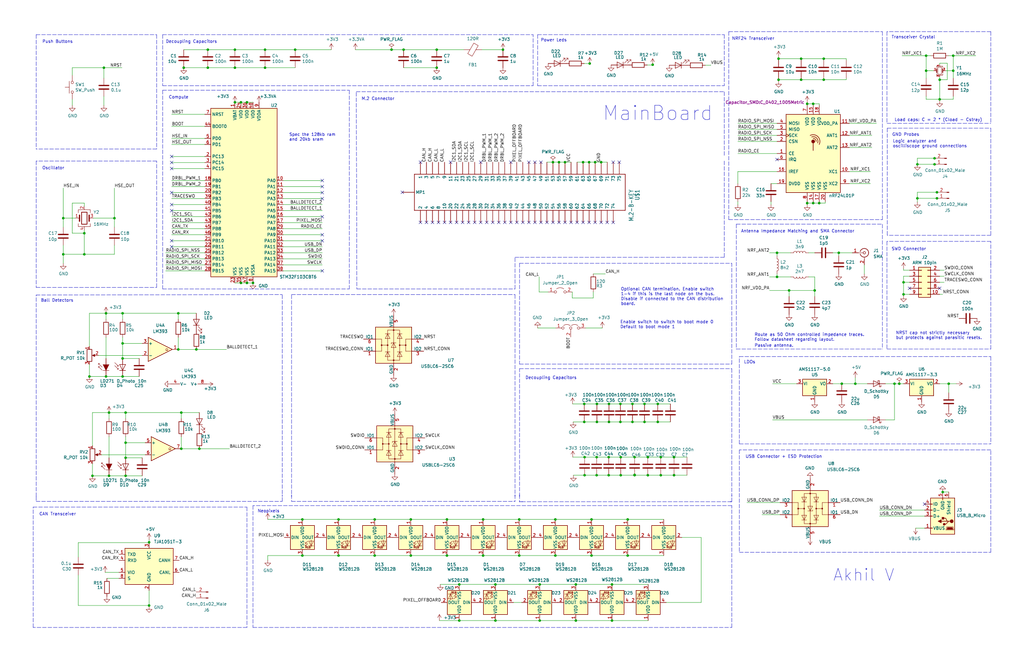
<source format=kicad_sch>
(kicad_sch (version 20211123) (generator eeschema)
  (paper "B")
  (junction (at 234.188 234.442))
  (junction (at 127.508 219.202))
  (junction (at 250.952 68.453))
  (junction (at 390.525 23.495))
  (junction (at 264.668 219.202))
  (junction (at 234.188 219.202))
  (junction (at 75.184 147.447))
  (junction (at 35.56 98.425))
  (junction (at 203.708 219.202))
  (junction (at 77.47 28.575))
  (junction (at 111.76 20.955))
  (junction (at 235.712 68.453))
  (junction (at 327.66 116.84))
  (junction (at 394.081 66.802))
  (junction (at 278.638 192.913))
  (junction (at 246.507 192.913))
  (junction (at 111.76 28.575))
  (junction (at 208.915 246.634))
  (junction (at 261.747 200.533))
  (junction (at 37.719 158.877))
  (junction (at 35.56 107.315))
  (junction (at 127.508 234.442))
  (junction (at 184.15 28.575))
  (junction (at 246.507 200.533))
  (junction (at 51.689 151.257))
  (junction (at 203.708 234.442))
  (junction (at 44.704 132.207))
  (junction (at 273.177 200.533))
  (junction (at 337.82 24.765))
  (junction (at 193.675 261.874))
  (junction (at 381 124.206))
  (junction (at 246.38 178.054))
  (junction (at 101.6 119.38))
  (junction (at 249.428 219.202))
  (junction (at 227.584 261.874))
  (junction (at 173.228 219.202))
  (junction (at 275.209 27.305))
  (junction (at 48.26 92.075))
  (junction (at 84.074 189.357))
  (junction (at 256.794 170.434))
  (junction (at 271.78 170.434))
  (junction (at 52.959 200.787))
  (junction (at 245.872 68.453))
  (junction (at 52.959 186.817))
  (junction (at 284.226 200.533))
  (junction (at 87.63 28.575))
  (junction (at 157.988 234.442))
  (junction (at 261.62 170.434))
  (junction (at 104.14 43.18))
  (junction (at 328.295 33.655))
  (junction (at 266.7 178.054))
  (junction (at 76.454 174.117))
  (junction (at 43.815 28.575))
  (junction (at 26.67 92.075))
  (junction (at 62.865 255.524))
  (junction (at 381 119.126))
  (junction (at 51.689 144.907))
  (junction (at 264.668 234.442))
  (junction (at 258.064 246.634))
  (junction (at 218.948 234.442))
  (junction (at 340.36 43.815))
  (junction (at 242.824 246.634))
  (junction (at 76.454 189.357))
  (junction (at 379.222 161.925))
  (junction (at 267.589 192.913))
  (junction (at 242.824 261.874))
  (junction (at 170.18 20.955))
  (junction (at 227.584 246.634))
  (junction (at 345.44 85.725))
  (junction (at 51.689 158.877))
  (junction (at 328.295 24.765))
  (junction (at 261.747 192.913))
  (junction (at 278.638 200.533))
  (junction (at 256.794 178.054))
  (junction (at 342.9 85.725))
  (junction (at 258.064 261.874))
  (junction (at 256.667 192.913))
  (junction (at 271.78 178.054))
  (junction (at 347.345 33.655))
  (junction (at 193.675 246.634))
  (junction (at 38.989 200.787))
  (junction (at 106.68 119.38))
  (junction (at 266.7 170.434))
  (junction (at 360.68 161.925))
  (junction (at 394.081 69.342))
  (junction (at 184.15 20.955))
  (junction (at 353.695 106.68))
  (junction (at 342.9 43.815))
  (junction (at 400.05 161.925))
  (junction (at 267.589 200.533))
  (junction (at 386.842 83.693))
  (junction (at 340.36 85.725))
  (junction (at 99.06 43.18))
  (junction (at 332.74 122.555))
  (junction (at 233.172 68.453))
  (junction (at 354.965 161.925))
  (junction (at 26.67 107.315))
  (junction (at 44.704 158.877))
  (junction (at 249.428 234.442))
  (junction (at 327.66 106.68))
  (junction (at 277.368 170.434))
  (junction (at 238.252 68.453))
  (junction (at 386.842 69.342))
  (junction (at 396.24 41.91))
  (junction (at 401.955 23.495))
  (junction (at 75.184 132.207))
  (junction (at 273.177 192.913))
  (junction (at 390.525 29.845))
  (junction (at 45.974 200.787))
  (junction (at 251.714 178.054))
  (junction (at 124.46 20.955))
  (junction (at 99.06 28.575))
  (junction (at 267.589 200.406))
  (junction (at 251.714 170.434))
  (junction (at 52.959 193.167))
  (junction (at 142.748 219.202))
  (junction (at 246.38 170.434))
  (junction (at 251.587 192.913))
  (junction (at 284.226 192.913))
  (junction (at 87.63 20.955))
  (junction (at 218.948 219.202))
  (junction (at 104.14 119.38))
  (junction (at 248.666 26.797))
  (junction (at 256.667 200.533))
  (junction (at 377.19 161.925))
  (junction (at 82.804 147.447))
  (junction (at 173.228 234.442))
  (junction (at 51.689 132.207))
  (junction (at 188.468 234.442))
  (junction (at 395.097 81.153))
  (junction (at 337.82 33.655))
  (junction (at 101.6 43.18))
  (junction (at 343.535 122.555))
  (junction (at 165.1 20.955))
  (junction (at 99.06 20.955))
  (junction (at 62.865 228.854))
  (junction (at 45.974 174.117))
  (junction (at 212.09 20.955))
  (junction (at 248.412 68.453))
  (junction (at 395.097 83.693))
  (junction (at 142.748 234.442))
  (junction (at 188.468 219.202))
  (junction (at 157.988 219.202))
  (junction (at 253.492 68.453))
  (junction (at 208.915 261.874))
  (junction (at 397.51 207.645))
  (junction (at 347.345 24.765))
  (junction (at 261.62 178.054))
  (junction (at 251.587 200.533))
  (junction (at 277.368 178.054))
  (junction (at 396.24 33.655))
  (junction (at 401.955 29.845))
  (junction (at 52.959 174.117))
  (no_connect (at 389.89 212.725))
  (no_connect (at 327.66 67.31))
  (no_connect (at 72.39 66.04))
  (no_connect (at 258.572 93.853))
  (no_connect (at 256.032 93.853))
  (no_connect (at 177.292 93.853))
  (no_connect (at 210.312 93.853))
  (no_connect (at 187.452 93.853))
  (no_connect (at 253.492 93.853))
  (no_connect (at 228.092 68.453))
  (no_connect (at 72.39 71.12))
  (no_connect (at 135.89 76.2))
  (no_connect (at 223.012 68.453))
  (no_connect (at 135.89 81.28))
  (no_connect (at 207.772 93.853))
  (no_connect (at 215.392 68.453))
  (no_connect (at 230.632 93.853))
  (no_connect (at 217.932 93.853))
  (no_connect (at 240.792 93.853))
  (no_connect (at 72.39 101.6))
  (no_connect (at 192.532 93.853))
  (no_connect (at 261.112 68.453))
  (no_connect (at 135.89 114.3))
  (no_connect (at 197.612 93.853))
  (no_connect (at 245.872 93.853))
  (no_connect (at 396.24 121.666))
  (no_connect (at 182.372 93.853))
  (no_connect (at 202.692 68.453))
  (no_connect (at 135.89 83.82))
  (no_connect (at 233.172 93.853))
  (no_connect (at 135.89 91.44))
  (no_connect (at 195.072 93.853))
  (no_connect (at 220.472 93.853))
  (no_connect (at 184.912 93.853))
  (no_connect (at 72.39 88.9))
  (no_connect (at 205.232 93.853))
  (no_connect (at 235.712 93.853))
  (no_connect (at 383.54 121.666))
  (no_connect (at 258.572 68.453))
  (no_connect (at 189.992 93.853))
  (no_connect (at 250.952 93.853))
  (no_connect (at 243.332 93.853))
  (no_connect (at 169.672 81.153))
  (no_connect (at 135.89 101.6))
  (no_connect (at 248.412 93.853))
  (no_connect (at 225.552 93.853))
  (no_connect (at 72.39 68.58))
  (no_connect (at 72.39 81.28))
  (no_connect (at 200.152 93.853))
  (no_connect (at 225.552 68.453))
  (no_connect (at 72.39 86.36))
  (no_connect (at 189.992 68.453))
  (no_connect (at 179.832 93.853))
  (no_connect (at 177.292 68.453))
  (no_connect (at 72.39 104.14))
  (no_connect (at 135.89 78.74))
  (no_connect (at 212.852 93.853))
  (no_connect (at 135.89 99.06))
  (no_connect (at 223.012 93.853))
  (no_connect (at 202.692 93.853))
  (no_connect (at 215.392 93.853))
  (no_connect (at 228.092 93.853))
  (no_connect (at 238.252 93.853))
  (polyline (pts (xy 150.495 121.92) (xy 217.17 121.92)))
  (wire (pts (xy 353.695 107.95) (xy 353.695 106.68)))
  (wire (pts (xy 247.015 138.43) (xy 254 138.43)))
  (wire (pts (xy 337.82 25.4) (xy 337.82 24.765)))
  (wire (pts (xy 119.38 109.22) (xy 135.89 109.22)))
  (wire (pts (xy 112.903 219.202) (xy 127.508 219.202)))
  (wire (pts (xy 101.6 119.38) (xy 104.14 119.38)))
  (wire (pts (xy 279.908 219.202) (xy 264.668 219.202)))
  (polyline (pts (xy 311.785 187.325) (xy 311.785 150.495)))
  (wire (pts (xy 149.86 20.955) (xy 165.1 20.955)))
  (wire (pts (xy 26.67 107.315) (xy 26.67 111.125)))
  (polyline (pts (xy 15.24 14.605) (xy 15.24 62.865)))
  (wire (pts (xy 238.252 68.453) (xy 240.792 68.453)))
  (wire (pts (xy 340.36 44.45) (xy 340.36 43.815)))
  (polyline (pts (xy 374.015 13.335) (xy 374.015 52.07)))
  (wire (pts (xy 26.67 103.505) (xy 26.67 107.315)))
  (polyline (pts (xy 305.435 14.605) (xy 305.435 36.195)))
  (wire (pts (xy 87.63 20.955) (xy 77.47 20.955)))
  (polyline (pts (xy 66.04 62.865) (xy 15.24 62.865)))
  (wire (pts (xy 235.712 68.453) (xy 238.252 68.453)))
  (wire (pts (xy 242.824 246.634) (xy 258.064 246.634)))
  (wire (pts (xy 271.78 178.054) (xy 277.368 178.054)))
  (wire (pts (xy 203.708 219.202) (xy 218.948 219.202)))
  (wire (pts (xy 337.82 33.655) (xy 347.345 33.655)))
  (polyline (pts (xy 307.34 92.71) (xy 372.11 92.71)))
  (wire (pts (xy 38.989 195.707) (xy 38.989 200.787)))
  (wire (pts (xy 250.952 68.453) (xy 253.492 68.453)))
  (wire (pts (xy 251.714 170.434) (xy 256.794 170.434)))
  (polyline (pts (xy 219.075 111.125) (xy 308.61 111.125)))
  (wire (pts (xy 400.05 23.495) (xy 401.955 23.495)))
  (wire (pts (xy 395.224 83.693) (xy 395.097 83.693)))
  (wire (pts (xy 324.485 106.68) (xy 327.66 106.68)))
  (wire (pts (xy 241.427 170.434) (xy 246.38 170.434)))
  (wire (pts (xy 347.345 25.4) (xy 347.345 24.765)))
  (wire (pts (xy 127.508 219.202) (xy 142.748 219.202)))
  (wire (pts (xy 342.9 44.45) (xy 342.9 43.815)))
  (wire (pts (xy 51.689 144.907) (xy 51.689 151.257)))
  (wire (pts (xy 227.584 246.634) (xy 242.824 246.634)))
  (wire (pts (xy 373.38 161.925) (xy 377.19 161.925)))
  (wire (pts (xy 119.38 76.2) (xy 135.89 76.2)))
  (wire (pts (xy 394.081 66.802) (xy 386.842 66.802)))
  (wire (pts (xy 327.66 52.07) (xy 311.15 52.07)))
  (polyline (pts (xy 122.936 124.46) (xy 122.936 209.55)))
  (polyline (pts (xy 417.83 54.102) (xy 417.83 99.314)))
  (polyline (pts (xy 417.83 13.335) (xy 417.83 52.07)))
  (wire (pts (xy 325.12 86.36) (xy 325.12 85.09)))
  (wire (pts (xy 256.667 200.533) (xy 261.747 200.533)))
  (wire (pts (xy 267.589 192.913) (xy 273.177 192.913)))
  (wire (pts (xy 246.38 178.054) (xy 251.714 178.054)))
  (wire (pts (xy 119.38 88.9) (xy 135.89 88.9)))
  (wire (pts (xy 119.38 91.44) (xy 135.89 91.44)))
  (wire (pts (xy 253.492 68.453) (xy 256.032 68.453)))
  (polyline (pts (xy 15.24 67.945) (xy 15.24 121.285)))
  (wire (pts (xy 75.184 132.207) (xy 82.804 132.207)))
  (wire (pts (xy 390.525 29.845) (xy 390.525 33.02)))
  (wire (pts (xy 277.368 170.434) (xy 282.702 170.434)))
  (wire (pts (xy 72.39 88.9) (xy 86.36 88.9)))
  (wire (pts (xy 251.587 200.533) (xy 256.667 200.533)))
  (polyline (pts (xy 374.015 111.125) (xy 374.015 147.32)))
  (wire (pts (xy 250.19 123.19) (xy 250.19 125.73)))
  (wire (pts (xy 72.39 99.06) (xy 86.36 99.06)))
  (wire (pts (xy 394.208 69.342) (xy 394.081 69.342)))
  (wire (pts (xy 165.1 20.955) (xy 170.18 20.955)))
  (polyline (pts (xy 150.241 38.735) (xy 305.435 38.735)))
  (wire (pts (xy 248.412 68.453) (xy 250.952 68.453)))
  (wire (pts (xy 328.93 212.09) (xy 314.96 212.09)))
  (wire (pts (xy 353.695 106.68) (xy 351.155 106.68)))
  (wire (pts (xy 370.84 215.265) (xy 389.89 215.265)))
  (wire (pts (xy 311.15 86.36) (xy 311.15 85.09)))
  (wire (pts (xy 356.87 33.655) (xy 356.87 33.02)))
  (wire (pts (xy 394.208 66.802) (xy 394.081 66.802)))
  (wire (pts (xy 52.959 186.817) (xy 61.214 186.817)))
  (wire (pts (xy 104.14 119.38) (xy 106.68 119.38)))
  (wire (pts (xy 390.525 41.91) (xy 390.525 40.64)))
  (wire (pts (xy 86.36 86.36) (xy 72.39 86.36)))
  (wire (pts (xy 124.46 20.955) (xy 139.7 20.955)))
  (wire (pts (xy 340.36 43.815) (xy 340.36 43.18)))
  (wire (pts (xy 45.974 200.787) (xy 52.959 200.787)))
  (polyline (pts (xy 66.04 67.945) (xy 15.24 67.945)))
  (polyline (pts (xy 311.785 150.495) (xy 417.83 150.495)))
  (wire (pts (xy 340.36 86.36) (xy 340.36 85.725)))
  (wire (pts (xy 203.708 234.442) (xy 218.948 234.442)))
  (polyline (pts (xy 374.015 101.854) (xy 374.015 111.125)))
  (polyline (pts (xy 219.075 208.788) (xy 219.075 211.709)))
  (wire (pts (xy 101.6 43.18) (xy 104.14 43.18)))
  (wire (pts (xy 43.815 44.45) (xy 43.815 40.64)))
  (wire (pts (xy 401.955 23.495) (xy 401.955 29.845)))
  (wire (pts (xy 394.081 69.342) (xy 386.842 69.342)))
  (polyline (pts (xy 374.015 52.07) (xy 417.83 52.07)))
  (wire (pts (xy 241.808 200.533) (xy 246.507 200.533)))
  (wire (pts (xy 311.15 77.47) (xy 311.15 72.39)))
  (wire (pts (xy 261.747 192.913) (xy 267.589 192.913)))
  (wire (pts (xy 38.989 174.117) (xy 45.974 174.117)))
  (wire (pts (xy 241.554 192.913) (xy 246.507 192.913)))
  (wire (pts (xy 256.667 192.913) (xy 261.747 192.913)))
  (wire (pts (xy 86.36 101.6) (xy 72.39 101.6)))
  (wire (pts (xy 111.76 28.575) (xy 99.06 28.575)))
  (wire (pts (xy 379.222 161.925) (xy 381 161.925)))
  (wire (pts (xy 185.293 261.874) (xy 193.675 261.874)))
  (wire (pts (xy 396.24 42.545) (xy 396.24 41.91)))
  (wire (pts (xy 234.188 234.442) (xy 249.428 234.442)))
  (wire (pts (xy 396.24 32.385) (xy 396.24 33.655)))
  (polyline (pts (xy 310.515 94.615) (xy 372.11 94.615)))
  (wire (pts (xy 246.507 200.533) (xy 251.587 200.533)))
  (wire (pts (xy 72.39 48.26) (xy 86.36 48.26)))
  (wire (pts (xy 48.26 79.375) (xy 48.26 92.075)))
  (wire (pts (xy 251.714 178.054) (xy 256.794 178.054)))
  (polyline (pts (xy 15.24 121.285) (xy 66.04 121.285)))
  (wire (pts (xy 119.38 83.82) (xy 135.89 83.82)))
  (wire (pts (xy 44.704 132.207) (xy 51.689 132.207)))
  (wire (pts (xy 212.09 20.955) (xy 203.2 20.955)))
  (wire (pts (xy 401.955 41.91) (xy 401.955 40.64)))
  (wire (pts (xy 369.57 52.07) (xy 358.14 52.07)))
  (polyline (pts (xy 122.936 124.333) (xy 217.17 124.333)))
  (wire (pts (xy 51.689 158.877) (xy 58.674 158.877)))
  (wire (pts (xy 33.02 228.981) (xy 33.02 235.077)))
  (wire (pts (xy 112.903 234.442) (xy 112.903 236.347)))
  (wire (pts (xy 343.535 106.68) (xy 340.995 106.68)))
  (wire (pts (xy 51.689 144.907) (xy 59.944 144.907)))
  (wire (pts (xy 396.24 41.91) (xy 390.525 41.91)))
  (wire (pts (xy 251.587 192.913) (xy 256.667 192.913)))
  (polyline (pts (xy 372.11 94.615) (xy 372.11 147.32)))
  (polyline (pts (xy 15.24 14.605) (xy 66.04 14.605)))
  (wire (pts (xy 347.345 33.02) (xy 347.345 33.655)))
  (polyline (pts (xy 68.58 38.1) (xy 68.58 121.92)))
  (polyline (pts (xy 417.83 101.854) (xy 374.015 101.854)))
  (polyline (pts (xy 311.785 233.045) (xy 417.83 233.045)))
  (wire (pts (xy 396.24 41.91) (xy 401.955 41.91)))
  (polyline (pts (xy 104.14 264.795) (xy 13.97 264.795)))
  (polyline (pts (xy 217.17 208.788) (xy 217.17 211.582)))
  (wire (pts (xy 33.02 242.697) (xy 33.02 255.524)))
  (polyline (pts (xy 417.83 189.865) (xy 311.785 189.865)))
  (wire (pts (xy 52.959 200.787) (xy 59.944 200.787)))
  (wire (pts (xy 87.63 28.575) (xy 77.47 28.575)))
  (polyline (pts (xy 305.435 38.735) (xy 305.435 66.04)))
  (polyline (pts (xy 226.695 14.605) (xy 305.435 14.605)))
  (polyline (pts (xy 118.999 124.46) (xy 118.999 209.55)))
  (wire (pts (xy 367.665 62.23) (xy 358.14 62.23)))
  (wire (pts (xy 142.748 234.442) (xy 157.988 234.442)))
  (polyline (pts (xy 66.04 14.605) (xy 66.04 62.865)))
  (wire (pts (xy 278.638 200.533) (xy 284.226 200.533)))
  (wire (pts (xy 51.689 132.207) (xy 75.184 132.207)))
  (polyline (pts (xy 217.17 108.585) (xy 219.075 108.585)))
  (wire (pts (xy 119.38 101.6) (xy 135.89 101.6)))
  (wire (pts (xy 188.468 219.202) (xy 173.228 219.202)))
  (wire (pts (xy 333.375 116.84) (xy 327.66 116.84)))
  (wire (pts (xy 43.815 28.575) (xy 43.815 33.02)))
  (wire (pts (xy 377.19 161.925) (xy 379.222 161.925)))
  (wire (pts (xy 119.38 106.68) (xy 135.89 106.68)))
  (wire (pts (xy 58.674 151.257) (xy 51.689 151.257)))
  (wire (pts (xy 386.842 85.217) (xy 386.842 83.693)))
  (wire (pts (xy 345.44 43.815) (xy 342.9 43.815)))
  (wire (pts (xy 62.865 255.524) (xy 62.865 255.905)))
  (wire (pts (xy 44.704 134.747) (xy 44.704 132.207)))
  (wire (pts (xy 104.14 43.18) (xy 106.68 43.18)))
  (wire (pts (xy 354.965 161.925) (xy 360.68 161.925)))
  (wire (pts (xy 76.454 189.357) (xy 84.074 189.357)))
  (wire (pts (xy 218.948 234.442) (xy 234.188 234.442)))
  (polyline (pts (xy 372.11 13.335) (xy 372.11 92.71)))
  (wire (pts (xy 367.03 72.39) (xy 358.14 72.39)))
  (polyline (pts (xy 219.075 153.67) (xy 308.61 153.67)))
  (wire (pts (xy 381 113.411) (xy 381 114.046)))
  (wire (pts (xy 364.49 115.57) (xy 364.49 111.76)))
  (wire (pts (xy 119.38 114.3) (xy 135.89 114.3)))
  (polyline (pts (xy 15.24 211.582) (xy 118.999 211.582)))
  (wire (pts (xy 250.19 115.57) (xy 255.27 115.57)))
  (wire (pts (xy 188.468 234.442) (xy 203.708 234.442)))
  (wire (pts (xy 26.67 92.075) (xy 26.67 95.885)))
  (wire (pts (xy 75.184 134.747) (xy 75.184 132.207)))
  (wire (pts (xy 38.989 174.117) (xy 38.989 188.087)))
  (wire (pts (xy 72.39 66.04) (xy 86.36 66.04)))
  (wire (pts (xy 397.51 124.206) (xy 396.24 124.206)))
  (wire (pts (xy 401.955 33.02) (xy 401.955 29.845)))
  (wire (pts (xy 86.36 78.74) (xy 72.39 78.74)))
  (wire (pts (xy 328.295 33.655) (xy 328.295 33.02)))
  (wire (pts (xy 299.72 27.432) (xy 299.72 27.559)))
  (wire (pts (xy 45.974 176.657) (xy 45.974 174.117)))
  (wire (pts (xy 86.36 91.44) (xy 72.39 91.44)))
  (polyline (pts (xy 417.83 99.314) (xy 374.142 99.314)))
  (wire (pts (xy 266.7 178.054) (xy 271.78 178.054)))
  (wire (pts (xy 367.03 77.47) (xy 358.14 77.47)))
  (wire (pts (xy 193.675 246.634) (xy 208.915 246.634)))
  (wire (pts (xy 84.074 189.357) (xy 96.774 189.357)))
  (wire (pts (xy 157.988 234.442) (xy 173.228 234.442)))
  (polyline (pts (xy 104.14 213.995) (xy 104.14 264.795)))
  (wire (pts (xy 347.98 85.725) (xy 345.44 85.725)))
  (wire (pts (xy 400.05 161.925) (xy 403.225 161.925)))
  (wire (pts (xy 72.39 58.42) (xy 86.36 58.42)))
  (polyline (pts (xy 226.695 14.605) (xy 226.695 36.195)))
  (wire (pts (xy 227.33 123.19) (xy 227.33 116.84)))
  (wire (pts (xy 399.415 26.67) (xy 399.415 33.655)))
  (wire (pts (xy 226.695 138.43) (xy 234.315 138.43)))
  (wire (pts (xy 377.19 177.165) (xy 377.19 161.925)))
  (wire (pts (xy 30.48 31.75) (xy 30.48 28.575)))
  (polyline (pts (xy 374.142 54.102) (xy 374.142 99.314)))
  (wire (pts (xy 52.959 174.117) (xy 76.454 174.117)))
  (wire (pts (xy 249.428 234.442) (xy 264.668 234.442)))
  (wire (pts (xy 273.177 200.533) (xy 278.638 200.533)))
  (polyline (pts (xy 417.83 13.335) (xy 374.015 13.335)))
  (wire (pts (xy 185.674 246.634) (xy 193.675 246.634)))
  (wire (pts (xy 381 119.126) (xy 381 116.586)))
  (wire (pts (xy 51.689 134.747) (xy 51.689 132.207)))
  (wire (pts (xy 351.155 161.925) (xy 354.965 161.925)))
  (wire (pts (xy 311.15 64.77) (xy 327.66 64.77)))
  (polyline (pts (xy 219.075 111.125) (xy 219.075 153.67)))
  (wire (pts (xy 267.589 200.533) (xy 273.177 200.533)))
  (polyline (pts (xy 219.075 211.709) (xy 220.345 211.709)))
  (polyline (pts (xy 68.58 36.195) (xy 224.79 36.195)))
  (polyline (pts (xy 122.936 208.788) (xy 122.936 211.582)))
  (wire (pts (xy 327.66 106.68) (xy 327.66 107.95)))
  (wire (pts (xy 325.755 177.165) (xy 365.76 177.165)))
  (polyline (pts (xy 106.68 213.36) (xy 106.68 264.795)))
  (wire (pts (xy 230.632 68.453) (xy 233.172 68.453)))
  (wire (pts (xy 75.184 142.367) (xy 75.184 147.447)))
  (wire (pts (xy 264.668 234.442) (xy 279.908 234.442)))
  (wire (pts (xy 241.681 178.054) (xy 246.38 178.054)))
  (wire (pts (xy 234.188 219.202) (xy 249.428 219.202)))
  (wire (pts (xy 33.02 255.524) (xy 62.865 255.524)))
  (wire (pts (xy 30.48 28.575) (xy 43.815 28.575)))
  (wire (pts (xy 267.589 200.406) (xy 267.589 200.533)))
  (wire (pts (xy 111.76 20.955) (xy 99.06 20.955)))
  (wire (pts (xy 401.955 23.495) (xy 411.48 23.495)))
  (wire (pts (xy 184.15 20.955) (xy 170.18 20.955)))
  (polyline (pts (xy 308.61 213.36) (xy 106.68 213.36)))
  (wire (pts (xy 328.295 34.29) (xy 328.295 33.655)))
  (wire (pts (xy 284.226 192.913) (xy 289.687 192.913)))
  (wire (pts (xy 86.36 76.2) (xy 72.39 76.2)))
  (wire (pts (xy 381 124.206) (xy 381 119.126)))
  (wire (pts (xy 347.98 85.09) (xy 347.98 85.725)))
  (wire (pts (xy 386.842 66.802) (xy 386.842 69.342)))
  (wire (pts (xy 99.06 43.18) (xy 101.6 43.18)))
  (wire (pts (xy 381 116.586) (xy 383.54 116.586)))
  (polyline (pts (xy 106.68 264.795) (xy 308.61 264.795)))
  (wire (pts (xy 284.226 200.533) (xy 289.687 200.533)))
  (wire (pts (xy 38.989 200.787) (xy 45.974 200.787)))
  (wire (pts (xy 356.87 24.765) (xy 347.345 24.765)))
  (wire (pts (xy 328.295 24.765) (xy 328.295 24.13)))
  (wire (pts (xy 249.428 219.202) (xy 264.668 219.202)))
  (wire (pts (xy 258.064 246.634) (xy 273.304 246.634)))
  (wire (pts (xy 345.44 44.45) (xy 345.44 43.815)))
  (wire (pts (xy 360.68 161.925) (xy 365.76 161.925)))
  (wire (pts (xy 218.948 219.202) (xy 234.188 219.202)))
  (wire (pts (xy 271.78 170.434) (xy 277.368 170.434)))
  (wire (pts (xy 173.228 234.442) (xy 188.468 234.442)))
  (polyline (pts (xy 417.83 233.045) (xy 417.83 189.865)))
  (wire (pts (xy 82.804 147.447) (xy 95.504 147.447)))
  (polyline (pts (xy 310.515 147.32) (xy 372.11 147.32)))
  (wire (pts (xy 86.36 71.12) (xy 72.39 71.12)))
  (wire (pts (xy 35.56 97.155) (xy 35.56 98.425)))
  (wire (pts (xy 62.865 249.174) (xy 62.865 255.524)))
  (wire (pts (xy 370.84 217.805) (xy 389.89 217.805)))
  (wire (pts (xy 311.15 54.61) (xy 327.66 54.61)))
  (wire (pts (xy 86.36 93.98) (xy 72.39 93.98)))
  (polyline (pts (xy 307.848 211.709) (xy 308.61 211.709)))
  (wire (pts (xy 170.18 28.575) (xy 184.15 28.575)))
  (wire (pts (xy 43.815 28.575) (xy 51.435 28.575)))
  (wire (pts (xy 45.974 193.167) (xy 45.974 184.277)))
  (wire (pts (xy 311.15 72.39) (xy 327.66 72.39)))
  (wire (pts (xy 343.535 116.84) (xy 343.535 122.555)))
  (wire (pts (xy 37.719 132.207) (xy 44.704 132.207)))
  (wire (pts (xy 337.82 33.02) (xy 337.82 33.655)))
  (wire (pts (xy 30.48 98.425) (xy 35.56 98.425)))
  (wire (pts (xy 397.51 207.645) (xy 400.05 207.645)))
  (polyline (pts (xy 224.79 36.195) (xy 224.79 14.605)))
  (wire (pts (xy 208.915 261.874) (xy 227.584 261.874)))
  (polyline (pts (xy 122.936 211.582) (xy 217.043 211.582)))
  (polyline (pts (xy 15.24 124.46) (xy 118.999 124.333)))
  (wire (pts (xy 26.67 92.075) (xy 31.75 92.075)))
  (polyline (pts (xy 417.83 147.32) (xy 417.83 111.125)))
  (wire (pts (xy 157.988 219.202) (xy 142.748 219.202)))
  (wire (pts (xy 227.584 261.874) (xy 242.824 261.874)))
  (wire (pts (xy 42.799 191.897) (xy 61.214 191.897)))
  (wire (pts (xy 395.097 81.153) (xy 386.842 81.153)))
  (polyline (pts (xy 118.999 211.582) (xy 118.999 208.788)))
  (wire (pts (xy 69.85 111.76) (xy 86.36 111.76)))
  (wire (pts (xy 69.85 106.68) (xy 86.36 106.68)))
  (wire (pts (xy 272.923 27.432) (xy 275.209 27.432)))
  (wire (pts (xy 59.944 193.167) (xy 52.959 193.167)))
  (polyline (pts (xy 15.24 209.55) (xy 15.24 211.582)))
  (wire (pts (xy 48.26 107.315) (xy 48.26 103.505)))
  (wire (pts (xy 342.9 85.09) (xy 342.9 85.725)))
  (polyline (pts (xy 308.61 211.709) (xy 308.61 208.915)))
  (wire (pts (xy 342.9 85.725) (xy 340.36 85.725)))
  (wire (pts (xy 367.665 57.15) (xy 358.14 57.15)))
  (wire (pts (xy 119.38 96.52) (xy 135.89 96.52)))
  (wire (pts (xy 360.68 159.385) (xy 360.68 161.925)))
  (wire (pts (xy 342.9 43.815) (xy 340.36 43.815)))
  (wire (pts (xy 37.719 158.877) (xy 44.704 158.877)))
  (polyline (pts (xy 68.58 121.92) (xy 147.32 121.92)))
  (wire (pts (xy 30.48 44.45) (xy 30.48 41.91)))
  (wire (pts (xy 266.7 170.434) (xy 271.78 170.434)))
  (wire (pts (xy 395.224 81.153) (xy 395.097 81.153)))
  (polyline (pts (xy 417.83 111.76) (xy 417.83 101.854)))
  (wire (pts (xy 356.87 25.4) (xy 356.87 24.765)))
  (wire (pts (xy 124.46 20.955) (xy 111.76 20.955)))
  (wire (pts (xy 278.638 192.913) (xy 284.226 192.913)))
  (wire (pts (xy 345.44 85.09) (xy 345.44 85.725)))
  (polyline (pts (xy 147.32 38.1) (xy 147.32 121.92)))
  (polyline (pts (xy 307.34 13.335) (xy 372.11 13.335)))
  (wire (pts (xy 386.08 222.885) (xy 389.89 222.885)))
  (polyline (pts (xy 307.34 13.335) (xy 307.34 92.71)))
  (wire (pts (xy 35.56 107.315) (xy 48.26 107.315)))
  (wire (pts (xy 75.184 147.447) (xy 82.804 147.447)))
  (wire (pts (xy 332.74 125.095) (xy 332.74 122.555)))
  (wire (pts (xy 328.93 217.17) (xy 321.31 217.17)))
  (polyline (pts (xy 310.515 94.615) (xy 310.515 147.32)))
  (wire (pts (xy 297.434 27.559) (xy 299.72 27.559)))
  (wire (pts (xy 233.172 68.453) (xy 235.712 68.453)))
  (wire (pts (xy 45.974 174.117) (xy 52.959 174.117)))
  (wire (pts (xy 99.06 20.955) (xy 87.63 20.955)))
  (wire (pts (xy 347.345 24.765) (xy 337.82 24.765)))
  (wire (pts (xy 381 114.046) (xy 383.54 114.046)))
  (wire (pts (xy 287.528 226.822) (xy 295.656 226.822)))
  (wire (pts (xy 386.842 83.693) (xy 386.842 81.153)))
  (wire (pts (xy 396.24 26.67) (xy 399.415 26.67)))
  (wire (pts (xy 275.209 27.305) (xy 275.209 27.432)))
  (wire (pts (xy 231.14 123.19) (xy 227.33 123.19)))
  (wire (pts (xy 242.824 261.874) (xy 258.064 261.874)))
  (wire (pts (xy 127.508 234.442) (xy 142.748 234.442)))
  (polyline (pts (xy 374.015 147.32) (xy 417.83 147.32)))
  (wire (pts (xy 119.38 99.06) (xy 135.89 99.06)))
  (wire (pts (xy 188.468 219.202) (xy 203.708 219.202)))
  (wire (pts (xy 273.177 192.913) (xy 278.638 192.913)))
  (wire (pts (xy 35.56 86.995) (xy 35.56 85.725)))
  (wire (pts (xy 325.12 77.47) (xy 327.66 77.47)))
  (polyline (pts (xy 219.075 209.55) (xy 219.075 155.575)))
  (wire (pts (xy 261.747 200.533) (xy 267.589 200.533)))
  (wire (pts (xy 86.36 68.58) (xy 72.39 68.58)))
  (wire (pts (xy 398.145 114.046) (xy 396.24 114.046)))
  (wire (pts (xy 256.794 178.054) (xy 261.62 178.054)))
  (wire (pts (xy 69.85 114.3) (xy 86.36 114.3)))
  (polyline (pts (xy 217.17 121.92) (xy 217.17 108.585)))
  (wire (pts (xy 41.529 149.987) (xy 59.944 149.987)))
  (wire (pts (xy 333.375 106.68) (xy 327.66 106.68)))
  (polyline (pts (xy 311.785 187.325) (xy 417.83 187.325)))
  (wire (pts (xy 119.38 111.76) (xy 135.89 111.76)))
  (wire (pts (xy 208.915 246.634) (xy 227.584 246.634)))
  (wire (pts (xy 45.085 244.094) (xy 50.165 244.094)))
  (wire (pts (xy 396.24 161.925) (xy 400.05 161.925)))
  (wire (pts (xy 216.535 254.254) (xy 219.964 254.254)))
  (polyline (pts (xy 308.483 211.709) (xy 218.948 211.709)))
  (wire (pts (xy 195.58 20.955) (xy 184.15 20.955)))
  (wire (pts (xy 76.454 174.117) (xy 84.074 174.117)))
  (polyline (pts (xy 226.695 36.195) (xy 305.435 36.195)))
  (wire (pts (xy 280.924 254.254) (xy 295.656 254.254)))
  (wire (pts (xy 62.865 227.711) (xy 62.865 228.854)))
  (wire (pts (xy 390.525 29.845) (xy 393.7 29.845)))
  (wire (pts (xy 328.295 25.4) (xy 328.295 24.765)))
  (polyline (pts (xy 417.83 150.495) (xy 417.83 187.325)))
  (wire (pts (xy 119.38 86.36) (xy 135.89 86.36)))
  (wire (pts (xy 396.24 27.305) (xy 396.24 26.67)))
  (wire (pts (xy 248.666 26.67) (xy 248.666 26.797)))
  (wire (pts (xy 324.485 116.84) (xy 327.66 116.84)))
  (wire (pts (xy 347.345 33.655) (xy 356.87 33.655)))
  (wire (pts (xy 35.56 85.725) (xy 30.48 85.725)))
  (wire (pts (xy 52.959 186.817) (xy 52.959 193.167)))
  (wire (pts (xy 119.38 78.74) (xy 135.89 78.74)))
  (wire (pts (xy 245.872 68.453) (xy 248.412 68.453)))
  (wire (pts (xy 44.704 151.257) (xy 44.704 142.367)))
  (wire (pts (xy 261.62 178.054) (xy 266.7 178.054)))
  (wire (pts (xy 383.54 124.206) (xy 381 124.206)))
  (wire (pts (xy 395.097 83.693) (xy 386.842 83.693)))
  (wire (pts (xy 37.719 132.207) (xy 37.719 146.177)))
  (wire (pts (xy 258.064 261.874) (xy 273.304 261.874)))
  (wire (pts (xy 340.36 85.725) (xy 340.36 85.09)))
  (polyline (pts (xy 219.075 155.575) (xy 308.61 155.575)))
  (polyline (pts (xy 150.241 38.989) (xy 150.495 121.92)))
  (wire (pts (xy 398.145 116.586) (xy 396.24 116.586)))
  (wire (pts (xy 359.41 106.68) (xy 353.695 106.68)))
  (wire (pts (xy 51.689 144.907) (xy 51.689 142.367)))
  (polyline (pts (xy 311.785 189.865) (xy 311.785 233.045)))
  (wire (pts (xy 72.39 81.28) (xy 86.36 81.28)))
  (wire (pts (xy 86.36 104.14) (xy 72.39 104.14)))
  (wire (pts (xy 261.62 170.434) (xy 266.7 170.434)))
  (wire (pts (xy 72.39 53.34) (xy 86.36 53.34)))
  (wire (pts (xy 328.295 33.655) (xy 337.82 33.655)))
  (wire (pts (xy 390.525 23.495) (xy 390.525 29.845)))
  (wire (pts (xy 311.15 59.69) (xy 327.66 59.69)))
  (wire (pts (xy 48.26 95.885) (xy 48.26 92.075)))
  (wire (pts (xy 327.66 57.15) (xy 311.15 57.15)))
  (polyline (pts (xy 15.24 209.55) (xy 15.24 124.46)))
  (wire (pts (xy 243.332 68.453) (xy 245.872 68.453)))
  (wire (pts (xy 62.865 228.981) (xy 62.865 228.854)))
  (wire (pts (xy 37.719 153.797) (xy 37.719 158.877)))
  (wire (pts (xy 35.56 98.425) (xy 35.56 107.315)))
  (wire (pts (xy 398.78 29.845) (xy 401.955 29.845)))
  (wire (pts (xy 119.38 93.98) (xy 135.89 93.98)))
  (wire (pts (xy 241.3 123.19) (xy 241.3 125.73)))
  (wire (pts (xy 335.915 161.925) (xy 325.755 161.925)))
  (wire (pts (xy 392.43 23.495) (xy 390.525 23.495)))
  (wire (pts (xy 396.24 33.655) (xy 396.24 41.91)))
  (wire (pts (xy 345.44 85.725) (xy 342.9 85.725)))
  (wire (pts (xy 173.228 219.202) (xy 157.988 219.202)))
  (wire (pts (xy 295.656 226.822) (xy 295.656 254.254)))
  (polyline (pts (xy 66.04 121.285) (xy 66.04 67.945)))
  (polyline (pts (xy 217.17 124.333) (xy 217.17 209.423)))
  (wire (pts (xy 26.67 92.075) (xy 26.67 79.375)))
  (polyline (pts (xy 13.97 264.795) (xy 13.97 213.995)))
  (wire (pts (xy 381 119.126) (xy 383.54 119.126)))
  (wire (pts (xy 332.74 122.555) (xy 343.535 122.555)))
  (polyline (pts (xy 308.61 155.575) (xy 308.61 209.55)))
  (wire (pts (xy 44.704 158.877) (xy 51.689 158.877)))
  (wire (pts (xy 337.82 24.765) (xy 328.295 24.765)))
  (wire (pts (xy 246.38 170.434) (xy 251.714 170.434)))
  (polyline (pts (xy 13.97 213.995) (xy 104.14 213.995)))
  (polyline (pts (xy 308.61 264.795) (xy 308.61 213.36)))
  (wire (pts (xy 33.02 228.981) (xy 62.865 228.981)))
  (wire (pts (xy 246.38 26.797) (xy 248.666 26.797)))
  (wire (pts (xy 373.38 177.165) (xy 377.19 177.165)))
  (wire (pts (xy 76.454 176.657) (xy 76.454 174.117)))
  (wire (pts (xy 256.794 170.434) (xy 261.62 170.434)))
  (polyline (pts (xy 305.435 67.945) (xy 305.435 108.585)))
  (wire (pts (xy 380.365 23.495) (xy 390.525 23.495)))
  (wire (pts (xy 250.19 125.73) (xy 241.3 125.73)))
  (wire (pts (xy 277.368 178.054) (xy 282.702 178.054)))
  (wire (pts (xy 72.39 96.52) (xy 86.36 96.52)))
  (polyline (pts (xy 68.58 14.605) (xy 68.58 36.195)))
  (polyline (pts (xy 68.58 38.1) (xy 147.32 38.1)))
  (polyline (pts (xy 217.17 211.582) (xy 216.789 211.582)))
  (wire (pts (xy 44.323 241.554) (xy 50.165 241.554)))
  (wire (pts (xy 99.06 119.38) (xy 101.6 119.38)))
  (wire (pts (xy 399.415 33.655) (xy 396.24 33.655)))
  (wire (pts (xy 99.06 28.575) (xy 87.63 28.575)))
  (wire (pts (xy 72.39 83.82) (xy 86.36 83.82)))
  (wire (pts (xy 76.454 184.277) (xy 76.454 189.357)))
  (wire (pts (xy 119.38 81.28) (xy 135.89 81.28)))
  (wire (pts (xy 30.48 85.725) (xy 30.48 98.425)))
  (wire (pts (xy 72.39 60.96) (xy 86.36 60.96)))
  (polyline (pts (xy 308.61 153.67) (xy 308.61 111.125)))
  (wire (pts (xy 246.507 192.913) (xy 251.587 192.913)))
  (wire (pts (xy 381 124.841) (xy 381 124.206)))
  (wire (pts (xy 39.37 92.075) (xy 48.26 92.075)))
  (polyline (pts (xy 374.142 54.102) (xy 417.83 54.102)))
  (wire (pts (xy 327.66 116.84) (xy 327.66 115.57)))
  (wire (pts (xy 69.85 109.22) (xy 86.36 109.22)))
  (wire (pts (xy 343.535 116.84) (xy 340.995 116.84)))
  (wire (pts (xy 26.67 107.315) (xy 35.56 107.315)))
  (wire (pts (xy 124.46 28.575) (xy 111.76 28.575)))
  (wire (pts (xy 398.145 119.126) (xy 396.24 119.126)))
  (wire (pts (xy 52.959 176.657) (xy 52.959 174.117)))
  (wire (pts (xy 193.675 261.874) (xy 208.915 261.874)))
  (wire (pts (xy 332.74 122.555) (xy 324.485 122.555)))
  (wire (pts (xy 343.535 122.555) (xy 343.535 125.095)))
  (wire (pts (xy 127.508 234.442) (xy 112.903 234.442)))
  (wire (pts (xy 400.05 165.735) (xy 400.05 161.925)))
  (polyline (pts (xy 68.58 14.605) (xy 224.79 14.605)))
  (polyline (pts (xy 305.435 108.585) (xy 219.075 108.585)))
  (wire (pts (xy 52.959 186.817) (xy 52.959 184.277)))
  (wire (pts (xy 119.38 104.14) (xy 135.89 104.14)))
  (text "Load caps: C = 2 * (Cload - Cstray)" (at 377.19 51.435 0) (effects (font (size 1.27 1.27)) (justify left bottom)))
  (text "USB Connector + ESD Protection\n\n" (at 314.325 195.58 0) (effects (font (size 1.27 1.27)) (justify left bottom)))
  (text "Logic analyzer and \noscilliscope ground connections" (at 376.428 62.484 0) (effects (font (size 1.27 1.27)) (justify left bottom)))
  (text "Spec the 128kb ram\nand 20kb sram\n" (at 121.92 59.69 0) (effects (font (size 1.2446 1.2446)) (justify left bottom)))
  (text "Push Buttons\n" (at 17.78 18.415 0) (effects (font (size 1.27 1.27)) (justify left bottom)))
  (text "NRST cap not strictly necessary\nbut protects against parasitic resets." (at 377.698 143.383 0) (effects (font (size 1.27 1.27)) (justify left bottom)))
  (text "Route as 50 Ohm controlled impedance traces.\nFollow datasheet regarding layout." (at 318.135 144.145 0) (effects (font (size 1.27 1.27)) (justify left bottom)))
  (text "LDOs" (at 313.69 153.67 0) (effects (font (size 1.27 1.27)) (justify left bottom)))
  (text "Transceiver Crystal" (at 375.92 16.51 0) (effects (font (size 1.27 1.27)) (justify left bottom)))
  (text "Decoupling Capacitors\n" (at 69.85 18.415 0) (effects (font (size 1.27 1.27)) (justify left bottom)))
  (text "MainBoard" (at 254 51.435 0) (effects (font (size 5.9944 5.9944)) (justify left bottom)))
  (text "Antenna Impedance Matching and SMA Connector" (at 312.42 98.425 0) (effects (font (size 1.27 1.27)) (justify left bottom)))
  (text "Optional CAN termination. Enable switch\n1-4 if this is the last node on the bus.\nDisable if connected to the CAN distribution\nboard." (at 261.747 129.032 0) (effects (font (size 1.27 1.27)) (justify left bottom)))
  (text "M.2 Connector" (at 152.4 42.545 0) (effects (font (size 1.27 1.27)) (justify left bottom)))
  (text "GND Probes" (at 376.174 57.658 0) (effects (font (size 1.27 1.27)) (justify left bottom)))
  (text "CAN Transceiver\n" (at 16.51 217.805 0) (effects (font (size 1.27 1.27)) (justify left bottom)))
  (text "Enable switch to switch to boot mode 0\nDefault to boot mode 1" (at 261.493 138.811 0) (effects (font (size 1.27 1.27)) (justify left bottom)))
  (text "Power Leds" (at 227.965 17.78 0) (effects (font (size 1.27 1.27)) (justify left bottom)))
  (text "Neopixels\n" (at 108.585 216.535 0) (effects (font (size 1.27 1.27)) (justify left bottom)))
  (text "Akhil V" (at 351.155 245.745 0) (effects (font (size 5.0038 5.0038)) (justify left bottom)))
  (text "Oscillator" (at 17.78 71.755 0) (effects (font (size 1.27 1.27)) (justify left bottom)))
  (text "Ball Detectors\n" (at 17.145 127.635 0) (effects (font (size 1.27 1.27)) (justify left bottom)))
  (text "Decoupling Capacitors" (at 221.488 160.274 0) (effects (font (size 1.27 1.27)) (justify left bottom)))
  (text "NRF24 Transceiver" (at 308.61 17.145 0) (effects (font (size 1.27 1.27)) (justify left bottom)))
  (text "Compute\n" (at 71.12 41.91 0) (effects (font (size 1.27 1.27)) (justify left bottom)))
  (text "SWD Connector" (at 375.92 105.918 0) (effects (font (size 1.27 1.27)) (justify left bottom)))
  (text "Passive antenna." (at 318.135 146.685 0) (effects (font (size 1.27 1.27)) (justify left bottom)))
  (label "NRF_VDD_PA" (at 324.485 122.555 180))
  (label "NRF_XC1" (at 380.365 23.495 0))
  (label "VBUS" (at 325.755 177.165 0))
  (label "CAN_L" (at 75.565 241.554 0))
  (label "NRF_XC2" (at 367.03 77.47 180))
  (label "CAN_TX" (at 72.39 96.52 0))
  (label "RADIO_SPI_MISO" (at 69.85 111.76 0))
  (label "DRBL_PWM_1" (at 207.772 68.453 90))
  (label "BALLDETECT_1" (at 135.89 88.9 180))
  (label "BOOT" (at 240.665 142.24 270) (effects (font (size 1.2446 1.2446))))
  (label "PIXEL_OFFBOARD" (at 220.472 68.453 90))
  (label "CAN_H" (at 82.677 252.349 180))
  (label "SWDIO_CONN" (at 398.145 114.046 0))
  (label "SWDIO_CONN" (at 153.797 189.865 180))
  (label "I2C1_SDA" (at 72.39 93.98 0))
  (label "TRACESWO" (at 153.289 143.129 180))
  (label "VCC" (at 325.755 161.925 0))
  (label "BALLDETECT_1" (at 95.504 147.447 0) (effects (font (size 1.2446 1.2446))))
  (label "NRST_CONN" (at 397.51 124.206 0))
  (label "USB_CONN_DN" (at 370.84 215.265 0))
  (label "USB_CONN_DP" (at 370.84 217.805 0))
  (label "CAN_L" (at 82.677 249.809 180))
  (label "RADIO_SPI_NSS" (at 311.15 59.69 0))
  (label "CAN_RX" (at 72.39 99.06 0))
  (label "NRST" (at 51.435 28.575 180))
  (label "USB_DN" (at 135.89 104.14 180))
  (label "CAN_H" (at 75.565 236.474 0))
  (label "RADIO_SPI_NSS" (at 69.85 106.68 0))
  (label "VCC" (at 240.792 68.453 90))
  (label "SWCLK_CONN" (at 398.145 116.586 0))
  (label "TRACESWO" (at 72.39 83.82 0))
  (label "RADIO_SPI_MOSI" (at 69.85 114.3 0))
  (label "I2C1_SCL" (at 200.152 68.453 90))
  (label "TRACESWO_CONN" (at 153.289 148.209 180))
  (label "CAN_RX" (at 50.165 236.474 180))
  (label "VBUS" (at 299.72 27.432 0))
  (label "NRF_ANT2" (at 367.665 62.23 180))
  (label "RADIO_CE" (at 311.15 64.77 0))
  (label "CAN_TX" (at 50.165 233.934 180))
  (label "PIXEL_MOSI" (at 119.888 226.822 180))
  (label "CAN_H" (at 182.372 68.453 90))
  (label "NRF_ANT1" (at 324.485 116.84 180))
  (label "SWDIO" (at 135.89 109.22 180))
  (label "HSE_OUT" (at 72.39 60.96 0))
  (label "TRACESWO_CONN" (at 398.145 119.126 0))
  (label "I2C1_SCL" (at 197.612 68.453 90))
  (label "RADIO_SPI_SCK" (at 311.15 57.15 0))
  (label "BALLDETECT_2" (at 135.89 86.36 180))
  (label "DRBL_PWM_1" (at 205.232 68.453 90))
  (label "NRF_ANT2" (at 324.485 106.68 180))
  (label "SWCLK_CONN" (at 179.197 189.865 0))
  (label "RADIO_CE" (at 135.89 96.52 180))
  (label "I2C1_SDA" (at 195.072 68.453 90))
  (label "SWCLK" (at 135.89 111.76 180))
  (label "PIXEL_OFFBOARD" (at 186.055 254.254 180))
  (label "NRST" (at 72.39 48.26 0))
  (label "BALLDETECT_2" (at 96.774 189.357 0) (effects (font (size 1.2446 1.2446))))
  (label "HSE_OUT" (at 48.26 79.375 0))
  (label "SWCLK" (at 179.197 184.785 0))
  (label "RADIO_SPI_MOSI" (at 311.15 52.07 0))
  (label "HSE_IN" (at 72.39 58.42 0))
  (label "NRF_VDD_PA" (at 369.57 52.07 180))
  (label "I2C1_SCL" (at 72.39 91.44 0))
  (label "NRST" (at 404.368 134.366 180))
  (label "USB_DN" (at 354.33 217.17 0))
  (label "CAN_H" (at 255.27 115.57 0) (effects (font (size 1.2446 1.2446))))
  (label "USB_DP" (at 135.89 106.68 180))
  (label "CAN_L" (at 184.912 68.453 90))
  (label "RADIO_SPI_SCK" (at 69.85 109.22 0))
  (label "CAN_L" (at 187.452 68.453 90))
  (label "NRST_CONN" (at 178.689 148.209 0))
  (label "BOOT" (at 72.39 53.34 0))
  (label "DRBL_PWM_2" (at 72.39 78.74 0))
  (label "PIXEL_MOSI" (at 135.89 93.98 180))
  (label "USB_DP" (at 321.31 217.17 0))
  (label "NRF_XC1" (at 367.03 72.39 180))
  (label "I2C1_SDA" (at 192.532 68.453 90))
  (label "PIXEL_OFFBOARD" (at 217.932 68.453 90))
  (label "DRBL_PWM_2" (at 212.852 68.453 90))
  (label "HSE_IN" (at 26.67 79.375 0))
  (label "CAN_H" (at 179.832 68.453 90))
  (label "DRBL_PWM_2" (at 210.312 68.453 90))
  (label "USB_CONN_DP" (at 314.96 212.09 0))
  (label "GND" (at 253.492 68.453 90))
  (label "SWDIO" (at 153.797 184.785 180))
  (label "NRF_ANT1" (at 367.665 57.15 180))
  (label "NRF_XC2" (at 411.48 23.495 180))
  (label "CAN_L" (at 227.33 116.84 180) (effects (font (size 1.2446 1.2446))))
  (label "RADIO_SPI_MISO" (at 311.15 54.61 0))
  (label "USB_CONN_DN" (at 354.33 212.09 0))
  (label "NRST" (at 178.689 143.129 0))
  (label "DRBL_PWM_1" (at 72.39 76.2 0))
  (symbol (lib_id "RF:nRF24L01P") (at 342.9 64.77 0) (unit 1)
    (property "Reference" "U1" (at 353.06 46.99 0))
    (property "Value" "nRF24L01P" (at 354.965 82.55 0))
    (property "Footprint" "Package_DFN_QFN:QFN-20-1EP_4x4mm_P0.5mm_EP2.5x2.5mm" (effects hide))
    (property "Datasheet" "http://www.nordicsemi.com/eng/content/download/2726/34069/file/nRF24L01P_Product_Specification_1_0.pdf" (effects hide))
  )
  (symbol (lib_id "power:GND") (at 340.36 86.36 0) (unit 1)
    (property "Reference" "#PWR021" (effects hide))
    (property "Value" "GND" (at 340.487 90.7542 0))
  )
  (symbol (lib_id "power:+3V3") (at 381 113.411 0) (unit 1)
    (property "Reference" "#PWR029" (effects hide))
    (property "Value" "+3V3" (at 378.46 108.966 0) (effects (justify left)))
  )
  (symbol (lib_id "power:GND") (at 381 124.841 0) (unit 1)
    (property "Reference" "#PWR032" (effects hide))
    (property "Value" "GND" (at 381.127 129.2352 0))
  )
  (symbol (lib_id "Device:C") (at 408.178 134.366 90) (unit 1)
    (property "Reference" "C20" (at 409.702 127.762 90) (effects (justify left)))
    (property "Value" "100n" (at 410.464 130.302 90) (effects (justify left)))
    (property "Footprint" "Capacitor_SMD:C_0402_1005Metric" (effects hide))
  )
  (symbol (lib_id "power:GND") (at 411.988 134.366 0) (unit 1)
    (property "Reference" "#PWR025" (effects hide))
    (property "Value" "GND" (at 412.115 138.7602 0))
  )
  (symbol (lib_id "power:GND") (at 311.15 86.36 0) (unit 1)
    (property "Reference" "#PWR019" (effects hide))
    (property "Value" "GND" (at 311.277 90.7542 0))
  )
  (symbol (lib_id "power:+3V3") (at 340.36 43.18 0) (unit 1)
    (property "Reference" "#PWR016" (effects hide))
    (property "Value" "+3V3" (at 340.741 38.7858 0))
  )
  (symbol (lib_id "Device:R") (at 311.15 81.28 0) (unit 1)
    (property "Reference" "R2" (at 312.928 80.1116 0) (effects (justify left)))
    (property "Value" "22k" (at 312.928 82.423 0) (effects (justify left)))
    (property "Footprint" "Resistor_SMD:R_0402_1005Metric" (effects hide))
  )
  (symbol (lib_id "Device:C") (at 325.12 81.28 0) (unit 1)
    (property "Reference" "C16" (at 318.77 80.01 0) (effects (justify left)))
    (property "Value" "33n" (at 318.77 82.55 0) (effects (justify left)))
    (property "Footprint" "Capacitor_SMD:C_0402_1005Metric" (effects hide))
  )
  (symbol (lib_id "power:GND") (at 325.12 86.36 0) (unit 1)
    (property "Reference" "#PWR020" (effects hide))
    (property "Value" "GND" (at 325.247 90.7542 0))
  )
  (symbol (lib_id "Device:C") (at 337.82 29.21 0) (unit 1)
    (property "Reference" "C10" (at 340.741 28.0416 0) (effects (justify left)))
    (property "Value" "10n" (at 340.741 30.353 0) (effects (justify left)))
    (property "Footprint" "Capacitor_SMD:C_0402_1005Metric" (effects hide))
  )
  (symbol (lib_id "Device:C") (at 347.345 29.21 0) (unit 1)
    (property "Reference" "C11" (at 350.266 28.0416 0) (effects (justify left)))
    (property "Value" "10n" (at 350.266 30.353 0) (effects (justify left)))
    (property "Footprint" "Capacitor_SMD:C_0402_1005Metric" (effects hide))
  )
  (symbol (lib_id "Device:C") (at 356.87 29.21 0) (unit 1)
    (property "Reference" "C12" (at 359.791 28.0416 0) (effects (justify left)))
    (property "Value" "10n" (at 359.791 30.353 0) (effects (justify left)))
    (property "Footprint" "Capacitor_SMD:C_0402_1005Metric" (effects hide))
  )
  (symbol (lib_id "Device:C") (at 328.295 29.21 0) (unit 1)
    (property "Reference" "C9" (at 331.216 28.0416 0) (effects (justify left)))
    (property "Value" "10u" (at 331.216 30.353 0) (effects (justify left)))
    (property "Footprint" "Capacitor_SMD:C_0402_1005Metric" (at 322.58 43.18 0))
  )
  (symbol (lib_id "power:+3V3") (at 328.295 24.13 0) (unit 1)
    (property "Reference" "#PWR04" (effects hide))
    (property "Value" "+3V3" (at 328.676 19.7358 0))
  )
  (symbol (lib_id "power:GND") (at 328.295 34.29 0) (unit 1)
    (property "Reference" "#PWR012" (effects hide))
    (property "Value" "GND" (at 328.422 38.6842 0))
  )
  (symbol (lib_id "Device:L") (at 327.66 111.76 0) (unit 1)
    (property "Reference" "L2" (at 328.9808 110.5916 0) (effects (justify left)))
    (property "Value" "8n2" (at 328.9808 112.903 0) (effects (justify left)))
    (property "Footprint" "Inductor_SMD:L_0402_1005Metric" (effects hide))
  )
  (symbol (lib_id "Device:L") (at 337.185 106.68 90) (unit 1)
    (property "Reference" "L1" (at 337.185 101.854 90))
    (property "Value" "3n9" (at 337.185 104.1654 90))
    (property "Footprint" "Inductor_SMD:L_0402_1005Metric" (effects hide))
  )
  (symbol (lib_id "Device:L") (at 337.185 116.84 270) (unit 1)
    (property "Reference" "L3" (at 337.185 112.2426 90))
    (property "Value" "2n7" (at 337.185 114.554 90))
    (property "Footprint" "Inductor_SMD:L_0402_1005Metric" (effects hide))
  )
  (symbol (lib_id "Device:C") (at 347.345 106.68 270) (unit 1)
    (property "Reference" "C19" (at 347.345 100.2792 90))
    (property "Value" "1p5" (at 347.345 102.5906 90))
    (property "Footprint" "Capacitor_SMD:C_0402_1005Metric" (effects hide))
  )
  (symbol (lib_id "Device:C") (at 353.695 111.76 180) (unit 1)
    (property "Reference" "C21" (at 356.616 110.5916 0) (effects (justify right)))
    (property "Value" "1p" (at 356.616 112.903 0) (effects (justify right)))
    (property "Footprint" "Capacitor_SMD:C_0402_1005Metric" (effects hide))
  )
  (symbol (lib_id "power:GND") (at 353.695 115.57 0) (unit 1)
    (property "Reference" "#PWR026" (effects hide))
    (property "Value" "GND" (at 353.822 119.9642 0))
  )
  (symbol (lib_id "Device:C") (at 343.535 128.905 180) (unit 1)
    (property "Reference" "C23" (at 346.456 127.7366 0) (effects (justify right)))
    (property "Value" "4p7" (at 346.456 130.048 0) (effects (justify right)))
    (property "Footprint" "Capacitor_SMD:C_0402_1005Metric" (effects hide))
  )
  (symbol (lib_id "power:GND") (at 343.535 132.715 0) (unit 1)
    (property "Reference" "#PWR031" (effects hide))
    (property "Value" "GND" (at 343.662 137.1092 0))
  )
  (symbol (lib_id "Device:C") (at 332.74 128.905 180) (unit 1)
    (property "Reference" "C22" (at 335.661 127.7366 0) (effects (justify right)))
    (property "Value" "2n2" (at 335.661 130.048 0) (effects (justify right)))
    (property "Footprint" "Capacitor_SMD:C_0402_1005Metric" (effects hide))
  )
  (symbol (lib_id "power:GND") (at 332.74 132.715 0) (unit 1)
    (property "Reference" "#PWR030" (effects hide))
    (property "Value" "GND" (at 332.867 137.1092 0))
  )
  (symbol (lib_id "power:GND") (at 364.49 115.57 0) (unit 1)
    (property "Reference" "#PWR027" (effects hide))
    (property "Value" "GND" (at 364.617 119.9642 0))
  )
  (symbol (lib_id "Connector_Generic:Conn_02x05_Odd_Even") (at 388.62 119.126 0) (unit 1)
    (property "Reference" "J2" (at 389.89 108.5342 0))
    (property "Value" "ARM 10pin" (at 389.89 110.8456 0))
    (property "Footprint" "Connector_PinHeader_1.27mm:PinHeader_2x05_P1.27mm_Vertical" (effects hide))
  )
  (symbol (lib_id "MCU_ST_STM32F1:STM32F103CBTx") (at 104.14 81.28 0) (unit 1)
    (property "Reference" "U2" (at 115.57 44.45 0))
    (property "Value" "STM32F103CBT6" (at 125.73 116.84 0))
    (property "Footprint" "Package_QFP:LQFP-48_7x7mm_P0.5mm" (effects hide))
    (property "Datasheet" "http://www.st.com/st-web-ui/static/active/en/resource/technical/document/datasheet/CD00161566.pdf" (effects hide))
  )
  (symbol (lib_id "power:GND") (at 106.68 119.38 0) (unit 1)
    (property "Reference" "#PWR028" (effects hide))
    (property "Value" "GND" (at 110.998 120.65 0))
  )
  (symbol (lib_id "power:+3.3V") (at 139.7 20.955 0) (unit 1)
    (property "Reference" "#PWR01" (effects hide))
    (property "Value" "+3.3V" (at 140.081 16.5608 0))
  )
  (symbol (lib_id "Device:C") (at 124.46 24.765 0) (unit 1)
    (property "Reference" "C5" (at 127.381 23.5966 0) (effects (justify left)))
    (property "Value" "100n" (at 127.381 25.908 0) (effects (justify left)))
    (property "Footprint" "Capacitor_SMD:C_0402_1005Metric" (effects hide))
  )
  (symbol (lib_id "Device:C") (at 111.76 24.765 0) (unit 1)
    (property "Reference" "C4" (at 114.681 23.5966 0) (effects (justify left)))
    (property "Value" "100n" (at 114.681 25.908 0) (effects (justify left)))
    (property "Footprint" "Capacitor_SMD:C_0402_1005Metric" (effects hide))
  )
  (symbol (lib_id "Device:C") (at 99.06 24.765 0) (unit 1)
    (property "Reference" "C3" (at 101.981 23.5966 0) (effects (justify left)))
    (property "Value" "100n" (at 101.981 25.908 0) (effects (justify left)))
    (property "Footprint" "Capacitor_SMD:C_0402_1005Metric" (effects hide))
  )
  (symbol (lib_id "Device:C") (at 77.47 24.765 0) (mirror y) (unit 1)
    (property "Reference" "C1" (at 74.549 23.5966 0) (effects (justify left)))
    (property "Value" "10u" (at 74.549 25.908 0) (effects (justify left)))
    (property "Footprint" "Capacitor_SMD:C_0402_1005Metric" (effects hide))
  )
  (symbol (lib_id "power:GND") (at 77.47 28.575 0) (unit 1)
    (property "Reference" "#PWR09" (effects hide))
    (property "Value" "GND" (at 77.597 32.9692 0))
  )
  (symbol (lib_id "Device:C") (at 87.63 24.765 0) (unit 1)
    (property "Reference" "C2" (at 90.551 23.5966 0) (effects (justify left)))
    (property "Value" "100n" (at 90.551 25.908 0) (effects (justify left)))
    (property "Footprint" "Capacitor_SMD:C_0402_1005Metric" (effects hide))
  )
  (symbol (lib_id "Device:C") (at 170.18 24.765 0) (unit 1)
    (property "Reference" "C6" (at 173.101 23.5966 0) (effects (justify left)))
    (property "Value" "100n" (at 173.101 25.908 0) (effects (justify left)))
    (property "Footprint" "Capacitor_SMD:C_0402_1005Metric" (effects hide))
  )
  (symbol (lib_id "Device:C") (at 184.15 24.765 0) (unit 1)
    (property "Reference" "C7" (at 187.071 23.5966 0) (effects (justify left)))
    (property "Value" "1u" (at 187.071 25.908 0) (effects (justify left)))
    (property "Footprint" "Capacitor_SMD:C_0402_1005Metric" (effects hide))
  )
  (symbol (lib_id "Device:Ferrite_Bead") (at 199.39 20.955 270) (unit 1)
    (property "Reference" "FB1" (at 199.39 27.305 90))
    (property "Value" "120R" (at 199.39 16.3068 90))
    (property "Footprint" "Inductor_SMD:L_0402_1005Metric" (effects hide))
  )
  (symbol (lib_id "power:+3.3VA") (at 149.86 20.955 0) (unit 1)
    (property "Reference" "#PWR02" (effects hide))
    (property "Value" "+3.3VA" (at 150.241 16.5608 0))
  )
  (symbol (lib_id "Device:C") (at 212.09 24.765 0) (unit 1)
    (property "Reference" "C8" (at 215.011 23.5966 0) (effects (justify left)))
    (property "Value" "1u" (at 215.011 25.908 0) (effects (justify left)))
    (property "Footprint" "Capacitor_SMD:C_0402_1005Metric" (effects hide))
  )
  (symbol (lib_id "power:GND") (at 184.15 28.575 0) (unit 1)
    (property "Reference" "#PWR010" (effects hide))
    (property "Value" "GND" (at 184.277 32.9692 0))
  )
  (symbol (lib_id "power:GND") (at 212.09 28.575 0) (unit 1)
    (property "Reference" "#PWR011" (effects hide))
    (property "Value" "GND" (at 212.217 32.9692 0))
  )
  (symbol (lib_id "power:GND") (at 30.48 44.45 0) (unit 1)
    (property "Reference" "#PWR017" (effects hide))
    (property "Value" "GND" (at 30.607 48.8442 0))
  )
  (symbol (lib_id "power:GND") (at 226.695 138.43 180) (unit 1)
    (property "Reference" "#PWR034" (effects hide))
    (property "Value" "GND" (at 226.568 134.0358 0))
  )
  (symbol (lib_id "Device:Crystal_GND24") (at 35.56 92.075 0) (unit 1)
    (property "Reference" "Y2" (at 39.37 89.535 0) (effects (justify left)))
    (property "Value" "16MHz" (at 39.37 94.615 0) (effects (justify left)))
    (property "Footprint" "Crystal:Crystal_SMD_3225-4Pin_3.2x2.5mm" (effects hide))
  )
  (symbol (lib_id "Device:C") (at 26.67 99.695 0) (unit 1)
    (property "Reference" "C17" (at 20.32 98.425 0) (effects (justify left)))
    (property "Value" "10p" (at 20.32 100.965 0) (effects (justify left)))
    (property "Footprint" "Capacitor_SMD:C_0402_1005Metric" (effects hide))
  )
  (symbol (lib_id "power:GND") (at 26.67 111.125 0) (unit 1)
    (property "Reference" "#PWR024" (effects hide))
    (property "Value" "GND" (at 26.797 115.5192 0))
  )
  (symbol (lib_id "Connector:USB_B_Micro") (at 397.51 217.805 180) (unit 1)
    (property "Reference" "J3" (at 403.352 215.1888 0) (effects (justify right)))
    (property "Value" "USB_B_Micro" (at 403.352 217.5002 0) (effects (justify right)))
    (property "Footprint" "Connector_USB:USB_Micro-B_Molex_47346-0001" (effects hide))
  )
  (symbol (lib_id "power:GND") (at 397.51 207.645 180) (unit 1)
    (property "Reference" "#PWR051" (effects hide))
    (property "Value" "GND" (at 397.383 203.2508 0))
  )
  (symbol (lib_id "power:VBUS") (at 386.08 222.885 180) (unit 1)
    (property "Reference" "#PWR053" (effects hide))
    (property "Value" "VBUS" (at 385.699 227.2792 0))
  )
  (symbol (lib_id "Device:C") (at 48.26 99.695 0) (mirror y) (unit 1)
    (property "Reference" "C18" (at 54.61 98.425 0) (effects (justify left)))
    (property "Value" "10p" (at 54.61 100.965 0) (effects (justify left)))
    (property "Footprint" "Capacitor_SMD:C_0402_1005Metric" (effects hide))
  )
  (symbol (lib_id "Device:R") (at 45.085 247.904 0) (unit 1)
    (property "Reference" "R15" (at 41.275 245.999 0))
    (property "Value" "1k" (at 42.1386 247.904 0))
    (property "Footprint" "Resistor_SMD:R_0402_1005Metric" (effects hide))
  )
  (symbol (lib_id "power:GND") (at 45.085 251.714 0) (unit 1)
    (property "Reference" "#PWR054" (effects hide))
    (property "Value" "GND" (at 51.181 252.095 0) (effects (justify right)))
  )
  (symbol (lib_id "power:+3.3V") (at 212.09 20.955 0) (unit 1)
    (property "Reference" "#PWR03" (effects hide))
    (property "Value" "+3.3V" (at 212.471 16.5608 0))
  )
  (symbol (lib_id "Device:C") (at 400.05 169.545 180) (unit 1)
    (property "Reference" "C27" (at 407.67 173.99 0) (effects (justify left)))
    (property "Value" "22u" (at 407.67 172.085 0) (effects (justify left)))
    (property "Footprint" "Capacitor_SMD:C_0805_2012Metric" (effects hide))
  )
  (symbol (lib_id "power:GND") (at 400.05 173.355 0) (unit 1)
    (property "Reference" "#PWR046" (effects hide))
    (property "Value" "GND" (at 400.177 177.7492 0))
  )
  (symbol (lib_id "power:+5V") (at 360.68 159.385 0) (unit 1)
    (property "Reference" "#PWR036" (effects hide))
    (property "Value" "+5V" (at 361.061 154.9908 0))
  )
  (symbol (lib_id "Device:C") (at 354.965 165.735 180) (unit 1)
    (property "Reference" "C26" (at 362.585 170.18 0) (effects (justify left)))
    (property "Value" "22u" (at 362.585 168.275 0) (effects (justify left)))
    (property "Footprint" "Capacitor_SMD:C_0402_1005Metric" (effects hide))
  )
  (symbol (lib_id "power:GND") (at 354.965 169.545 0) (unit 1)
    (property "Reference" "#PWR044" (effects hide))
    (property "Value" "GND" (at 355.092 173.9392 0))
  )
  (symbol (lib_id "power:PWR_FLAG") (at 379.222 161.925 0) (unit 1)
    (property "Reference" "#FLG03" (effects hide))
    (property "Value" "PWR_FLAG" (at 376.047 157.607 0))
  )
  (symbol (lib_id "power:PWR_FLAG") (at 233.172 68.453 0) (unit 1)
    (property "Reference" "#FLG02" (effects hide))
    (property "Value" "PWR_FLAG" (at 233.172 64.0588 0))
  )
  (symbol (lib_id "Device:C") (at 33.02 238.887 180) (unit 1)
    (property "Reference" "C30" (at 30.099 240.0554 0) (effects (justify left)))
    (property "Value" "0.1u" (at 30.099 237.744 0) (effects (justify left)))
    (property "Footprint" "Capacitor_SMD:C_0402_1005Metric" (effects hide))
  )
  (symbol (lib_id "power:+5V") (at 62.865 227.711 0) (unit 1)
    (property "Reference" "#PWR058" (effects hide))
    (property "Value" "+5V" (at 63.246 223.3168 0))
  )
  (symbol (lib_id "Device:Crystal_GND24_Small") (at 396.24 29.845 0) (unit 1)
    (property "Reference" "Y1" (at 403.225 28.575 0) (effects (justify left)))
    (property "Value" "16MHz" (at 403.225 31.115 0) (effects (justify left)))
    (property "Footprint" "Crystal:Crystal_SMD_3225-4Pin_3.2x2.5mm" (effects hide))
  )
  (symbol (lib_id "Device:C") (at 401.955 36.83 0) (unit 1)
    (property "Reference" "C15" (at 404.876 35.6616 0) (effects (justify left)))
    (property "Value" "12p" (at 404.876 37.973 0) (effects (justify left)))
    (property "Footprint" "Capacitor_SMD:C_0402_1005Metric" (effects hide))
  )
  (symbol (lib_id "Device:C") (at 390.525 36.83 0) (unit 1)
    (property "Reference" "C14" (at 384.175 35.56 0) (effects (justify left)))
    (property "Value" "12p" (at 384.175 38.1 0) (effects (justify left)))
    (property "Footprint" "Capacitor_SMD:C_0402_1005Metric" (effects hide))
  )
  (symbol (lib_id "power:GND") (at 396.24 42.545 0) (unit 1)
    (property "Reference" "#PWR013" (effects hide))
    (property "Value" "GND" (at 396.367 46.9392 0))
  )
  (symbol (lib_id "Device:R") (at 396.24 23.495 270) (unit 1)
    (property "Reference" "R1" (at 396.24 18.2372 90))
    (property "Value" "1M" (at 396.24 20.5486 90))
    (property "Footprint" "Resistor_SMD:R_0402_1005Metric" (effects hide))
  )
  (symbol (lib_id "power:+3.3VA") (at 109.22 43.18 0) (unit 1)
    (property "Reference" "#PWR015" (effects hide))
    (property "Value" "+3.3VA" (at 113.03 40.64 0))
  )
  (symbol (lib_id "power:+3.3V") (at 99.06 43.18 0) (unit 1)
    (property "Reference" "#PWR014" (effects hide))
    (property "Value" "+3.3V" (at 93.98 40.64 0))
  )
  (symbol (lib_id "Power_Protection:USBLC6-2SC6") (at 341.63 214.63 180) (unit 1)
    (property "Reference" "U8" (at 350.52 195.58 0))
    (property "Value" "USBLC6-2SC6" (at 355.6 198.12 0))
    (property "Footprint" "Package_TO_SOT_SMD:SOT-23-6" (effects hide))
    (property "Datasheet" "http://www2.st.com/resource/en/datasheet/CD00050750.pdf" (effects hide))
  )
  (symbol (lib_id "LED:WS2812B") (at 127.508 226.822 0) (unit 1)
    (property "Reference" "D11" (at 127.508 238.252 0) (effects (justify left)))
    (property "Value" "WS2812B" (at 127.508 240.157 0) (effects (justify left)))
    (property "Footprint" "LED_SMD:LED_WS2812B-2020_PLCC4_2.0x2.0mm" (effects hide))
    (property "Datasheet" "https://cdn-shop.adafruit.com/datasheets/WS2812B.pdf" (effects hide))
  )
  (symbol (lib_id "LED:WS2812B") (at 142.748 226.822 0) (unit 1)
    (property "Reference" "D12" (at 142.748 238.252 0) (effects (justify left)))
    (property "Value" "WS2812B" (at 142.748 240.157 0) (effects (justify left)))
    (property "Footprint" "LED_SMD:LED_WS2812B-2020_PLCC4_2.0x2.0mm" (effects hide))
    (property "Datasheet" "https://cdn-shop.adafruit.com/datasheets/WS2812B.pdf" (effects hide))
  )
  (symbol (lib_id "LED:WS2812B") (at 157.988 226.822 0) (unit 1)
    (property "Reference" "D13" (at 157.988 238.252 0) (effects (justify left)))
    (property "Value" "WS2812B" (at 157.988 240.157 0) (effects (justify left)))
    (property "Footprint" "LED_SMD:LED_WS2812B-2020_PLCC4_2.0x2.0mm" (effects hide))
    (property "Datasheet" "https://cdn-shop.adafruit.com/datasheets/WS2812B.pdf" (effects hide))
  )
  (symbol (lib_id "LED:WS2812B") (at 173.228 226.822 0) (unit 1)
    (property "Reference" "D14" (at 173.228 238.252 0) (effects (justify left)))
    (property "Value" "WS2812B" (at 173.228 240.157 0) (effects (justify left)))
    (property "Footprint" "LED_SMD:LED_WS2812B-2020_PLCC4_2.0x2.0mm" (effects hide))
    (property "Datasheet" "https://cdn-shop.adafruit.com/datasheets/WS2812B.pdf" (effects hide))
  )
  (symbol (lib_id "LED:WS2812B") (at 188.468 226.822 0) (unit 1)
    (property "Reference" "D15" (at 188.468 238.252 0) (effects (justify left)))
    (property "Value" "WS2812B" (at 188.468 240.157 0) (effects (justify left)))
    (property "Footprint" "LED_SMD:LED_WS2812B-2020_PLCC4_2.0x2.0mm" (effects hide))
    (property "Datasheet" "https://cdn-shop.adafruit.com/datasheets/WS2812B.pdf" (effects hide))
  )
  (symbol (lib_id "LED:WS2812B") (at 249.428 226.822 0) (unit 1)
    (property "Reference" "D16" (at 249.428 238.252 0) (effects (justify left)))
    (property "Value" "WS2812B" (at 249.428 240.157 0) (effects (justify left)))
    (property "Footprint" "LED_SMD:LED_WS2812B-2020_PLCC4_2.0x2.0mm" (effects hide))
    (property "Datasheet" "https://cdn-shop.adafruit.com/datasheets/WS2812B.pdf" (effects hide))
  )
  (symbol (lib_id "LED:WS2812B") (at 264.668 226.822 0) (unit 1)
    (property "Reference" "D17" (at 264.668 238.252 0) (effects (justify left)))
    (property "Value" "WS2812B" (at 264.668 240.157 0) (effects (justify left)))
    (property "Footprint" "LED_SMD:LED_WS2812B-2020_PLCC4_2.0x2.0mm" (effects hide))
    (property "Datasheet" "https://cdn-shop.adafruit.com/datasheets/WS2812B.pdf" (effects hide))
  )
  (symbol (lib_id "LED:WS2812B") (at 279.908 226.822 0) (unit 1)
    (property "Reference" "D18" (at 279.908 238.252 0) (effects (justify left)))
    (property "Value" "WS2812B" (at 279.908 240.157 0) (effects (justify left)))
    (property "Footprint" "LED_SMD:LED_WS2812B-2020_PLCC4_2.0x2.0mm" (effects hide))
    (property "Datasheet" "https://cdn-shop.adafruit.com/datasheets/WS2812B.pdf" (effects hide))
  )
  (symbol (lib_id "power:GND") (at 112.903 236.347 0) (unit 1)
    (property "Reference" "#PWR057" (effects hide))
    (property "Value" "GND" (at 113.03 240.7412 0))
  )
  (symbol (lib_id "power:GND") (at 341.63 201.93 180) (unit 1)
    (property "Reference" "#PWR048" (effects hide))
    (property "Value" "GND" (at 341.503 197.5358 0))
  )
  (symbol (lib_id "power:+3.3V") (at 112.903 219.202 0) (unit 1)
    (property "Reference" "#PWR056" (effects hide))
    (property "Value" "+3.3V" (at 117.348 217.932 0))
  )
  (symbol (lib_id "Regulator_Linear:AMS1117-3.3") (at 388.62 161.925 0) (unit 1)
    (property "Reference" "U6" (at 388.62 155.7782 0))
    (property "Value" "AMS1117-3.3" (at 388.62 158.0896 0))
    (property "Footprint" "Package_TO_SOT_SMD:SOT-223-3_TabPin2" (effects hide))
    (property "Datasheet" "http://www.advanced-monolithic.com/pdf/ds1117.pdf" (effects hide))
  )
  (symbol (lib_id "power:GND") (at 388.62 169.545 0) (unit 1)
    (property "Reference" "#PWR045" (effects hide))
    (property "Value" "GND" (at 388.747 173.9392 0))
  )
  (symbol (lib_id "power:VBUS") (at 341.63 227.33 180) (unit 1)
    (property "Reference" "#PWR055" (effects hide))
    (property "Value" "VBUS" (at 347.98 228.6 0))
  )
  (symbol (lib_id "power:+3.3V") (at 403.225 161.925 270) (unit 1)
    (property "Reference" "#PWR038" (effects hide))
    (property "Value" "+3.3V" (at 410.845 163.195 90))
  )
  (symbol (lib_id "Device:D_Schottky") (at 369.57 161.925 180) (unit 1)
    (property "Reference" "D5" (at 369.57 167.4114 0))
    (property "Value" "D_Schottky" (at 369.57 165.1 0))
    (property "Footprint" "Diode_SMD:D_0805_2012Metric" (effects hide))
  )
  (symbol (lib_id "Device:D_Schottky") (at 369.57 177.165 180) (unit 1)
    (property "Reference" "D6" (at 369.57 182.6514 0))
    (property "Value" "D_Schottky" (at 369.57 180.34 0))
    (property "Footprint" "Diode_SMD:D_0805_2012Metric" (effects hide))
  )
  (symbol (lib_id "Regulator_Linear:AMS1117-5.0") (at 343.535 161.925 0) (unit 1)
    (property "Reference" "U5" (at 343.535 158.1404 0))
    (property "Value" "AMS1117-5.0" (at 343.535 155.829 0))
    (property "Footprint" "Package_TO_SOT_SMD:SOT-223-3_TabPin2" (effects hide))
    (property "Datasheet" "http://www.advanced-monolithic.com/pdf/ds1117.pdf" (effects hide))
  )
  (symbol (lib_id "power:GND") (at 343.535 169.545 0) (unit 1)
    (property "Reference" "#PWR043" (effects hide))
    (property "Value" "GND" (at 343.662 173.9392 0))
  )
  (symbol (lib_id "Device:R_POT") (at 37.719 149.987 0) (unit 1)
    (property "Reference" "RV1" (at 35.941 148.8186 0) (effects (justify right)))
    (property "Value" "R_POT 10k" (at 35.941 151.13 0) (effects (justify right)))
    (property "Footprint" "Potentiometer_THT:Potentiometer_Bourns_3266X_Horizontal" (effects hide))
  )
  (symbol (lib_id "Device:R") (at 44.704 138.557 180) (unit 1)
    (property "Reference" "R4" (at 47.244 137.287 0))
    (property "Value" "100" (at 47.879 139.192 0))
    (property "Footprint" "Resistor_SMD:R_0402_1005Metric" (effects hide))
  )
  (symbol (lib_id "Device:R") (at 51.689 138.557 180) (unit 1)
    (property "Reference" "R5" (at 54.229 137.287 0))
    (property "Value" "10k" (at 54.864 139.192 0))
    (property "Footprint" "Resistor_SMD:R_0402_1005Metric" (effects hide))
  )
  (symbol (lib_id "LED:LD271") (at 44.704 153.797 90) (unit 1)
    (property "Reference" "D3" (at 42.164 162.687 90) (effects (justify right)))
    (property "Value" "LD271" (at 42.164 160.782 90) (effects (justify right)))
    (property "Footprint" "LED_THT:LED_D5.0mm_IRGrey" (effects hide))
    (property "Datasheet" "http://www.alliedelec.com/m/d/40788c34903a719969df15f1fbea1056.pdf" (effects hide))
  )
  (symbol (lib_id "Device:D_Photo") (at 51.689 153.797 90) (unit 1)
    (property "Reference" "D4" (at 49.149 162.687 90) (effects (justify right)))
    (property "Value" "D_Photo" (at 49.149 160.782 90) (effects (justify right)))
    (property "Footprint" "LED_THT:LED_D5.0mm_IRGrey" (effects hide))
  )
  (symbol (lib_id "Device:C") (at 58.674 155.067 0) (mirror y) (unit 1)
    (property "Reference" "C25" (at 60.579 162.687 0) (effects (justify left)))
    (property "Value" "10n" (at 61.849 160.782 0) (effects (justify left)))
    (property "Footprint" "Capacitor_SMD:C_0402_1005Metric" (effects hide))
  )
  (symbol (lib_id "power:+3.3V") (at 44.704 132.207 0) (unit 1)
    (property "Reference" "#PWR033" (effects hide))
    (property "Value" "+3.3V" (at 45.974 129.667 0) (effects (justify left)))
  )
  (symbol (lib_id "power:GND") (at 37.719 158.877 0) (unit 1)
    (property "Reference" "#PWR037" (effects hide))
    (property "Value" "GND" (at 37.846 163.2712 0))
  )
  (symbol (lib_id "Device:R") (at 75.184 138.557 180) (unit 1)
    (property "Reference" "R6" (at 77.724 137.287 0))
    (property "Value" "10k" (at 78.359 139.192 0))
    (property "Footprint" "Resistor_SMD:R_0402_1005Metric" (effects hide))
  )
  (symbol (lib_id "Device:LED") (at 82.804 136.017 90) (unit 1)
    (property "Reference" "D2" (at 87.249 132.207 90))
    (property "Value" "LED" (at 87.884 134.112 90))
    (property "Footprint" "LED_SMD:LED_0402_1005Metric" (effects hide))
  )
  (symbol (lib_id "Device:R") (at 82.804 143.637 180) (unit 1)
    (property "Reference" "R8" (at 85.344 142.367 0))
    (property "Value" "1k" (at 85.344 144.272 0))
    (property "Footprint" "Resistor_SMD:R_0402_1005Metric" (effects hide))
  )
  (symbol (lib_id "Device:R_POT") (at 38.989 191.897 0) (unit 1)
    (property "Reference" "RV2" (at 37.211 190.7286 0) (effects (justify right)))
    (property "Value" "R_POT 10k" (at 37.211 193.04 0) (effects (justify right)))
    (property "Footprint" "Potentiometer_THT:Potentiometer_Bourns_3266X_Horizontal" (effects hide))
  )
  (symbol (lib_id "Device:R") (at 45.974 180.467 180) (unit 1)
    (property "Reference" "R9" (at 48.514 179.197 0))
    (property "Value" "100" (at 49.149 181.102 0))
    (property "Footprint" "Resistor_SMD:R_0402_1005Metric" (effects hide))
  )
  (symbol (lib_id "Device:R") (at 52.959 180.467 180) (unit 1)
    (property "Reference" "R10" (at 55.499 179.197 0))
    (property "Value" "10k" (at 56.134 181.102 0))
    (property "Footprint" "Resistor_SMD:R_0402_1005Metric" (effects hide))
  )
  (symbol (lib_id "LED:LD271") (at 45.974 195.707 90) (unit 1)
    (property "Reference" "D9" (at 43.434 204.597 90) (effects (justify right)))
    (property "Value" "LD271" (at 43.434 202.692 90) (effects (justify right)))
    (property "Footprint" "LED_THT:LED_D5.0mm_IRGrey" (effects hide))
    (property "Datasheet" "http://www.alliedelec.com/m/d/40788c34903a719969df15f1fbea1056.pdf" (effects hide))
  )
  (symbol (lib_id "Device:D_Photo") (at 52.959 195.707 90) (unit 1)
    (property "Reference" "D10" (at 50.419 204.597 90) (effects (justify right)))
    (property "Value" "D_Photo" (at 50.419 202.692 90) (effects (justify right)))
    (property "Footprint" "LED_THT:LED_D5.0mm_IRGrey" (effects hide))
  )
  (symbol (lib_id "Device:C") (at 59.944 196.977 0) (mirror y) (unit 1)
    (property "Reference" "C29" (at 61.849 204.597 0) (effects (justify left)))
    (property "Value" "10n" (at 63.119 202.692 0) (effects (justify left)))
    (property "Footprint" "Capacitor_SMD:C_0402_1005Metric" (effects hide))
  )
  (symbol (lib_id "power:+3.3V") (at 45.974 174.117 0) (unit 1)
    (property "Reference" "#PWR047" (effects hide))
    (property "Value" "+3.3V" (at 47.244 171.577 0) (effects (justify left)))
  )
  (symbol (lib_id "power:GND") (at 38.989 200.787 0) (unit 1)
    (property "Reference" "#PWR049" (effects hide))
    (property "Value" "GND" (at 39.116 205.1812 0))
  )
  (symbol (lib_id "Device:R") (at 76.454 180.467 180) (unit 1)
    (property "Reference" "R11" (at 78.994 179.197 0))
    (property "Value" "10k" (at 79.629 181.102 0))
    (property "Footprint" "Resistor_SMD:R_0402_1005Metric" (effects hide))
  )
  (symbol (lib_id "Device:LED") (at 84.074 177.927 90) (unit 1)
    (property "Reference" "D8" (at 88.519 174.117 90))
    (property "Value" "LED" (at 89.154 176.022 90))
    (property "Footprint" "LED_SMD:LED_0402_1005Metric" (effects hide))
  )
  (symbol (lib_id "Device:R") (at 84.074 185.547 180) (unit 1)
    (property "Reference" "R13" (at 86.614 184.277 0))
    (property "Value" "1k" (at 86.614 186.182 0))
    (property "Footprint" "Resistor_SMD:R_0402_1005Metric" (effects hide))
  )
  (symbol (lib_id "power:PWR_FLAG") (at 165.1 20.955 0) (unit 1)
    (property "Reference" "#FLG01" (effects hide))
    (property "Value" "PWR_FLAG" (at 165.1 16.5608 0))
  )
  (symbol (lib_id "Device:C") (at 43.815 36.83 0) (unit 1)
    (property "Reference" "C13" (at 46.736 35.6616 0) (effects (justify left)))
    (property "Value" "0.1u" (at 46.736 37.973 0) (effects (justify left)))
    (property "Footprint" "Capacitor_SMD:C_0402_1005Metric" (effects hide))
  )
  (symbol (lib_id "power:GND") (at 43.815 44.45 0) (unit 1)
    (property "Reference" "#PWR018" (effects hide))
    (property "Value" "GND" (at 43.942 48.8442 0))
  )
  (symbol (lib_id "Switch:SW_Push") (at 30.48 36.83 90) (unit 1)
    (property "Reference" "SW1" (at 31.6992 35.6616 90) (effects (justify right)))
    (property "Value" "SW_Push" (at 31.6992 37.973 90) (effects (justify right)))
    (property "Footprint" "Button_Switch_SMD:SW_Push_SPST_NO_Alps_SKRK" (effects hide))
  )
  (symbol (lib_id "power:+3.3V") (at 254 138.43 0) (unit 1)
    (property "Reference" "#PWR035" (effects hide))
    (property "Value" "+3.3V" (at 254.635 133.985 0))
  )
  (symbol (lib_id "Device:R") (at 250.19 119.38 0) (unit 1)
    (property "Reference" "R3" (at 252.73 120.65 0))
    (property "Value" "120" (at 253.365 118.745 0))
    (property "Footprint" "Resistor_SMD:R_0402_1005Metric" (effects hide))
  )
  (symbol (lib_id "power:+3V3") (at 166.497 174.625 0) (unit 1)
    (property "Reference" "#PWR023" (effects hide))
    (property "Value" "+3V3" (at 163.957 170.18 0) (effects (justify left)))
  )
  (symbol (lib_id "Comparator:LM393") (at 67.564 147.447 0) (unit 1)
    (property "Reference" "U4" (at 67.564 137.287 0))
    (property "Value" "LM393" (at 67.564 139.827 0))
    (property "Footprint" "Package_SO:SOIC-8_3.9x4.9mm_P1.27mm" (effects hide))
    (property "Datasheet" "http://www.ti.com/lit/ds/symlink/lm393.pdf" (effects hide))
  )
  (symbol (lib_id "power:+3.3V") (at 241.427 170.434 0) (unit 1)
    (property "Reference" "#PWR0108" (effects hide))
    (property "Value" "+3.3V" (at 240.665 166.624 0))
  )
  (symbol (lib_id "Device:C") (at 282.702 174.244 0) (unit 1)
    (property "Reference" "C41" (at 281.432 168.91 0) (effects (justify left)))
    (property "Value" "100n" (at 279.781 166.624 0) (effects (justify left)))
    (property "Footprint" "Capacitor_SMD:C_0402_1005Metric" (effects hide))
  )
  (symbol (lib_id "Interface_CAN_LIN:TJA1051T-3") (at 62.865 239.014 0) (unit 1)
    (property "Reference" "U9" (at 64.8844 226.06 0) (effects (justify left)))
    (property "Value" "TJA1051T-3" (at 64.8844 228.6 0) (effects (justify left)))
    (property "Footprint" "Package_SO:SOIC-8_3.9x4.9mm_P1.27mm" (effects hide))
    (property "Datasheet" "http://www.nxp.com/documents/data_sheet/TJA1051.pdf" (effects hide))
  )
  (symbol (lib_id "power:+3.3V") (at 185.293 261.874 0) (unit 1)
    (property "Reference" "#PWR0104" (effects hide))
    (property "Value" "+3.3V" (at 189.738 260.604 0))
  )
  (symbol (lib_id "Connector:Conn_01x02_Male") (at 399.161 69.342 180) (unit 1)
    (property "Reference" "J4" (at 398.526 74.422 0))
    (property "Value" "Conn_01x02_Male" (at 398.526 71.882 0))
    (property "Footprint" "Connector_PinHeader_1.27mm:PinHeader_1x02_P1.27mm_Vertical" (effects hide))
  )
  (symbol (lib_id "Connector:Conn_01x02_Male") (at 87.757 252.349 180) (unit 1)
    (property "Reference" "J6" (at 87.122 257.429 0))
    (property "Value" "Conn_01x02_Male" (at 87.122 254.889 0))
    (property "Footprint" "Connector_PinHeader_1.27mm:PinHeader_1x02_P1.27mm_Vertical" (effects hide))
  )
  (symbol (lib_id "Device:C") (at 266.7 174.244 0) (unit 1)
    (property "Reference" "C38" (at 265.43 168.91 0) (effects (justify left)))
    (property "Value" "100n" (at 264.668 166.624 0) (effects (justify left)))
    (property "Footprint" "Capacitor_SMD:C_0402_1005Metric" (effects hide))
  )
  (symbol (lib_id "Device:C") (at 267.589 196.723 0) (unit 1)
    (property "Reference" "C46" (at 266.319 191.897 0) (effects (justify left)))
    (property "Value" "100n" (at 265.684 189.357 0) (effects (justify left)))
    (property "Footprint" "Capacitor_SMD:C_0402_1005Metric" (effects hide))
  )
  (symbol (lib_id "Device:R") (at 242.57 26.797 270) (unit 1)
    (property "Reference" "R7" (at 244.983 22.479 90))
    (property "Value" "1k" (at 244.856 24.257 90))
    (property "Footprint" "Resistor_SMD:R_0402_1005Metric" (effects hide))
  )
  (symbol (lib_id "power:GND") (at 166.497 200.025 0) (unit 1)
    (property "Reference" "#PWR022" (effects hide))
    (property "Value" "GND" (at 166.624 204.4192 0))
  )
  (symbol (lib_id "LED:WS2812B") (at 218.948 226.822 0) (unit 1)
    (property "Reference" "D7" (at 218.948 238.252 0) (effects (justify left)))
    (property "Value" "WS2812B" (at 218.948 240.157 0) (effects (justify left)))
    (property "Footprint" "LED_SMD:LED_WS2812B-2020_PLCC4_2.0x2.0mm" (effects hide))
    (property "Datasheet" "https://cdn-shop.adafruit.com/datasheets/WS2812B.pdf" (effects hide))
  )
  (symbol (lib_id "power:GND") (at 241.681 178.054 0) (unit 1)
    (property "Reference" "#PWR0105" (effects hide))
    (property "Value" "GND" (at 241.808 182.4482 0))
  )
  (symbol (lib_id "power:GND") (at 241.808 200.533 0) (unit 1)
    (property "Reference" "#PWR0102" (effects hide))
    (property "Value" "GND" (at 241.935 204.9272 0))
  )
  (symbol (lib_id "power:GND") (at 231.14 26.797 0) (unit 1)
    (property "Reference" "#PWR05" (effects hide))
    (property "Value" "GND" (at 231.267 31.1912 0))
  )
  (symbol (lib_id "power:GND") (at 386.842 85.217 0) (unit 1)
    (property "Reference" "#PWR050" (effects hide))
    (property "Value" "GND" (at 386.969 89.6112 0))
  )
  (symbol (lib_id "Comparator:LM393") (at 79.629 164.592 270) (unit 3)
    (property "Reference" "U4" (at 79.629 156.337 90))
    (property "Value" "LM393" (at 79.629 158.877 90))
    (property "Footprint" "Package_SO:SOIC-8_3.9x4.9mm_P1.27mm" (effects hide))
    (property "Datasheet" "http://www.ti.com/lit/ds/symlink/lm393.pdf" (effects hide))
  )
  (symbol (lib_id "Device:C") (at 256.667 196.723 0) (unit 1)
    (property "Reference" "C44" (at 254.762 191.516 0) (effects (justify left)))
    (property "Value" "100n" (at 254.762 189.103 0) (effects (justify left)))
    (property "Footprint" "Capacitor_SMD:C_0402_1005Metric" (effects hide))
  )
  (symbol (lib_id "Device:LED") (at 261.493 27.432 180) (unit 1)
    (property "Reference" "D27" (at 260.858 22.352 0))
    (property "Value" "LED" (at 261.366 24.13 0))
    (property "Footprint" "LED_SMD:LED_0402_1005Metric" (effects hide))
  )
  (symbol (lib_id "power:GND") (at 185.674 246.634 0) (unit 1)
    (property "Reference" "#PWR0103" (effects hide))
    (property "Value" "GND" (at 189.484 248.158 0))
  )
  (symbol (lib_id "power:+3V3") (at 165.989 132.969 0) (unit 1)
    (property "Reference" "#PWR042" (effects hide))
    (property "Value" "+3V3" (at 163.449 128.524 0) (effects (justify left)))
  )
  (symbol (lib_id "M.2-Templates-eagle-import:M.2-B-KEY") (at 263.652 88.773 90) (unit 1)
    (property "Reference" "U$1" (at 268.732 79.883 0) (effects (font (size 1.778 1.5113)) (justify right)))
    (property "Value" "M.2-B-KEY" (at 266.192 79.883 0) (effects (font (size 1.778 1.5113)) (justify right)))
    (property "Footprint" "ExtraStuff:M.2-B-KEY" (effects hide))
  )
  (symbol (lib_id "Device:C") (at 261.62 174.244 0) (unit 1)
    (property "Reference" "C37" (at 260.35 168.91 0) (effects (justify left)))
    (property "Value" "100n" (at 260.096 166.624 0) (effects (justify left)))
    (property "Footprint" "Capacitor_SMD:C_0402_1005Metric" (effects hide))
  )
  (symbol (lib_id "Device:LED") (at 234.95 26.797 180) (unit 1)
    (property "Reference" "D22" (at 234.315 21.717 0))
    (property "Value" "LED" (at 234.823 23.495 0))
    (property "Footprint" "LED_SMD:LED_0402_1005Metric" (effects hide))
  )
  (symbol (lib_id "LED:WS2812B") (at 193.675 254.254 180) (unit 1)
    (property "Reference" "D20" (at 202.565 250.19 0) (effects (justify left)))
    (property "Value" "WS2812B" (at 197.739 244.856 0) (effects (justify left)))
    (property "Footprint" "LED_SMD:LED_WS2812B-2020_PLCC4_2.0x2.0mm" (effects hide))
    (property "Datasheet" "https://cdn-shop.adafruit.com/datasheets/WS2812B.pdf" (effects hide))
  )
  (symbol (lib_id "LED:WS2812B") (at 203.708 226.822 0) (unit 1)
    (property "Reference" "D1" (at 203.708 238.252 0) (effects (justify left)))
    (property "Value" "WS2812B" (at 203.708 240.157 0) (effects (justify left)))
    (property "Footprint" "LED_SMD:LED_WS2812B-2020_PLCC4_2.0x2.0mm" (effects hide))
    (property "Datasheet" "https://cdn-shop.adafruit.com/datasheets/WS2812B.pdf" (effects hide))
  )
  (symbol (lib_id "power:+3.3V") (at 44.323 241.554 0) (unit 1)
    (property "Reference" "#PWR052" (effects hide))
    (property "Value" "+3.3V" (at 40.64 240.157 0))
  )
  (symbol (lib_id "Device:C") (at 251.714 174.244 0) (unit 1)
    (property "Reference" "C35" (at 250.698 168.91 0) (effects (justify left)))
    (property "Value" "100n" (at 250.444 166.624 0) (effects (justify left)))
    (property "Footprint" "Capacitor_SMD:C_0402_1005Metric" (effects hide))
  )
  (symbol (lib_id "LED:WS2812B") (at 258.064 254.254 180) (unit 1)
    (property "Reference" "D25" (at 266.954 250.19 0) (effects (justify left)))
    (property "Value" "WS2812B" (at 262.636 244.602 0) (effects (justify left)))
    (property "Footprint" "LED_SMD:LED_WS2812B-2020_PLCC4_2.0x2.0mm" (effects hide))
    (property "Datasheet" "https://cdn-shop.adafruit.com/datasheets/WS2812B.pdf" (effects hide))
  )
  (symbol (lib_id "Device:C") (at 278.638 196.723 0) (unit 1)
    (property "Reference" "C32" (at 276.479 191.897 0) (effects (justify left)))
    (property "Value" "100n" (at 276.606 189.738 0) (effects (justify left)))
    (property "Footprint" "Capacitor_SMD:C_0402_1005Metric" (effects hide))
  )
  (symbol (lib_id "Device:C") (at 256.794 174.244 0) (unit 1)
    (property "Reference" "C36" (at 255.524 168.91 0) (effects (justify left)))
    (property "Value" "100n" (at 255.27 166.624 0) (effects (justify left)))
    (property "Footprint" "Capacitor_SMD:C_0402_1005Metric" (effects hide))
  )
  (symbol (lib_id "Connector:Conn_01x02_Male") (at 400.177 83.693 180) (unit 1)
    (property "Reference" "J5" (at 399.542 88.773 0))
    (property "Value" "Conn_01x02_Male" (at 399.542 86.233 0))
    (property "Footprint" "Connector_PinHeader_1.27mm:PinHeader_1x02_P1.27mm_Vertical" (effects hide))
  )
  (symbol (lib_id "LED:WS2812B") (at 208.915 254.254 180) (unit 1)
    (property "Reference" "D21" (at 217.805 250.19 0) (effects (justify left)))
    (property "Value" "WS2812B" (at 212.979 244.856 0) (effects (justify left)))
    (property "Footprint" "LED_SMD:LED_WS2812B-2020_PLCC4_2.0x2.0mm" (effects hide))
    (property "Datasheet" "https://cdn-shop.adafruit.com/datasheets/WS2812B.pdf" (effects hide))
  )
  (symbol (lib_id "Comparator:LM393") (at 68.834 189.357 0) (unit 2)
    (property "Reference" "U4" (at 68.834 179.197 0))
    (property "Value" "LM393" (at 68.834 181.737 0))
    (property "Footprint" "Package_SO:SOIC-8_3.9x4.9mm_P1.27mm" (effects hide))
    (property "Datasheet" "http://www.ti.com/lit/ds/symlink/lm393.pdf" (effects hide))
  )
  (symbol (lib_id "Device:C") (at 246.507 196.723 0) (unit 1)
    (property "Reference" "C42" (at 244.983 191.389 0) (effects (justify left)))
    (property "Value" "100n" (at 244.094 189.103 0) (effects (justify left)))
    (property "Footprint" "Capacitor_SMD:C_0402_1005Metric" (effects hide))
  )
  (symbol (lib_id "power:+3.3V") (at 241.554 192.913 0) (unit 1)
    (property "Reference" "#PWR0101" (effects hide))
    (property "Value" "+3.3V" (at 240.792 189.103 0))
  )
  (symbol (lib_id "Power_Protection:USBLC6-2SC6") (at 165.989 145.669 0) (unit 1)
    (property "Reference" "U7" (at 190.119 152.019 0))
    (property "Value" "USBLC6-2SC6" (at 184.404 154.559 0))
    (property "Footprint" "Package_TO_SOT_SMD:SOT-23-6" (effects hide))
    (property "Datasheet" "http://www2.st.com/resource/en/datasheet/CD00050750.pdf" (effects hide))
  )
  (symbol (lib_id "Connector:Conn_Coaxial") (at 364.49 106.68 0) (unit 1)
    (property "Reference" "J1" (at 368.2492 105.7031 0) (effects (justify left)))
    (property "Value" "SMA" (at 368.2492 108.2431 0) (effects (justify left)))
    (property "Footprint" "Connector_Coaxial:SMA_Samtec_SMA-J-P-X-ST-EM1_EdgeMount" (effects hide))
    (property "Datasheet" " ~" (effects hide))
  )
  (symbol (lib_id "Power_Protection:USBLC6-2SC6") (at 166.497 187.325 0) (unit 1)
    (property "Reference" "U3" (at 190.627 193.675 0))
    (property "Value" "USBLC6-2SC6" (at 184.912 196.215 0))
    (property "Footprint" "Package_TO_SOT_SMD:SOT-23-6" (effects hide))
    (property "Datasheet" "http://www2.st.com/resource/en/datasheet/CD00050750.pdf" (effects hide))
  )
  (symbol (lib_id "Device:LED") (at 286.004 27.559 180) (unit 1)
    (property "Reference" "D28" (at 285.369 22.479 0))
    (property "Value" "LED" (at 285.877 24.257 0))
    (property "Footprint" "LED_SMD:LED_0402_1005Metric" (effects hide))
  )
  (symbol (lib_id "Device:R") (at 293.624 27.559 270) (unit 1)
    (property "Reference" "R14" (at 296.037 23.241 90))
    (property "Value" "1k" (at 295.91 25.019 90))
    (property "Footprint" "Resistor_SMD:R_0402_1005Metric" (effects hide))
  )
  (symbol (lib_id "LED:WS2812B") (at 273.304 254.254 180) (unit 1)
    (property "Reference" "D26" (at 282.194 250.19 0) (effects (justify left)))
    (property "Value" "WS2812B" (at 278.13 245.11 0) (effects (justify left)))
    (property "Footprint" "LED_SMD:LED_WS2812B-2020_PLCC4_2.0x2.0mm" (effects hide))
    (property "Datasheet" "https://cdn-shop.adafruit.com/datasheets/WS2812B.pdf" (effects hide))
  )
  (symbol (lib_id "Device:C") (at 273.177 196.723 0) (unit 1)
    (property "Reference" "C33" (at 271.907 191.77 0) (effects (justify left)))
    (property "Value" "100n" (at 271.145 189.484 0) (effects (justify left)))
    (property "Footprint" "Capacitor_SMD:C_0402_1005Metric" (effects hide))
  )
  (symbol (lib_id "power:GND") (at 386.842 69.342 0) (unit 1)
    (property "Reference" "#PWR06" (effects hide))
    (property "Value" "GND" (at 386.969 73.7362 0))
  )
  (symbol (lib_id "power:GND") (at 72.009 162.052 270) (unit 1)
    (property "Reference" "#PWR039" (effects hide))
    (property "Value" "GND" (at 70.739 164.592 90))
  )
  (symbol (lib_id "Device:C") (at 251.587 196.723 0) (unit 1)
    (property "Reference" "C43" (at 249.809 191.643 0) (effects (justify left)))
    (property "Value" "100n" (at 249.174 189.103 0) (effects (justify left)))
    (property "Footprint" "Capacitor_SMD:C_0402_1005Metric" (effects hide))
  )
  (symbol (lib_id "Device:C") (at 289.687 196.723 0) (unit 1)
    (property "Reference" "C?" (at 287.528 191.897 0) (effects (justify left)))
    (property "Value" "100n" (at 287.655 189.738 0) (effects (justify left)))
    (property "Footprint" "Capacitor_SMD:C_0402_1005Metric" (effects hide))
  )
  (symbol (lib_id "Jumper:Jumper_2_Open") (at 236.22 123.19 0) (unit 1)
    (property "Reference" "JP1" (at 236.22 116.84 0))
    (property "Value" "Jumper_2_Open" (at 236.22 119.38 0))
    (property "Footprint" "Connector_PinHeader_1.27mm:PinHeader_1x02_P1.27mm_Vertical" (effects hide))
  )
  (symbol (lib_id "LED:WS2812B") (at 234.188 226.822 0) (unit 1)
    (property "Reference" "D19" (at 234.188 238.252 0) (effects (justify left)))
    (property "Value" "WS2812B" (at 234.188 240.157 0) (effects (justify left)))
    (property "Footprint" "LED_SMD:LED_WS2812B-2020_PLCC4_2.0x2.0mm" (effects hide))
    (property "Datasheet" "https://cdn-shop.adafruit.com/datasheets/WS2812B.pdf" (effects hide))
  )
  (symbol (lib_id "LED:WS2812B") (at 242.824 254.254 180) (unit 1)
    (property "Reference" "D24" (at 251.714 250.19 0) (effects (justify left)))
    (property "Value" "WS2812B" (at 247.65 244.856 0) (effects (justify left)))
    (property "Footprint" "LED_SMD:LED_WS2812B-2020_PLCC4_2.0x2.0mm" (effects hide))
    (property "Datasheet" "https://cdn-shop.adafruit.com/datasheets/WS2812B.pdf" (effects hide))
  )
  (symbol (lib_id "Device:C") (at 284.226 196.723 0) (unit 1)
    (property "Reference" "C?" (at 282.956 191.77 0) (effects (justify left)))
    (property "Value" "100n" (at 282.194 189.484 0) (effects (justify left)))
    (property "Footprint" "Capacitor_SMD:C_0402_1005Metric" (effects hide))
  )
  (symbol (lib_id "power:+3.3V") (at 87.249 162.052 270) (unit 1)
    (property "Reference" "#PWR040" (effects hide))
    (property "Value" "+3.3V" (at 85.979 163.957 90) (effects (justify left)))
  )
  (symbol (lib_id "Device:C") (at 277.368 174.244 0) (unit 1)
    (property "Reference" "C40" (at 276.098 168.91 0) (effects (justify left)))
    (property "Value" "100n" (at 274.574 166.624 0) (effects (justify left)))
    (property "Footprint" "Capacitor_SMD:C_0402_1005Metric" (effects hide))
  )
  (symbol (lib_id "power:GND") (at 282.194 27.559 0) (unit 1)
    (property "Reference" "#PWR061" (effects hide))
    (property "Value" "GND" (at 282.321 31.9532 0))
  )
  (symbol (lib_id "power:+3.3V") (at 248.666 26.797 0) (unit 1)
    (property "Reference" "#PWR07" (effects hide))
    (property "Value" "+3.3V" (at 249.047 22.4028 0))
  )
  (symbol (lib_id "Device:C") (at 261.747 196.723 0) (unit 1)
    (property "Reference" "C45" (at 260.477 191.643 0) (effects (justify left)))
    (property "Value" "100n" (at 259.842 189.23 0) (effects (justify left)))
    (property "Footprint" "Capacitor_SMD:C_0402_1005Metric" (effects hide))
  )
  (symbol (lib_id "power:GND") (at 257.683 27.432 0) (unit 1)
    (property "Reference" "#PWR060" (effects hide))
    (property "Value" "GND" (at 257.81 31.8262 0))
  )
  (symbol (lib_id "Device:C") (at 246.38 174.244 0) (unit 1)
    (property "Reference" "C34" (at 245.364 168.91 0) (effects (justify left)))
    (property "Value" "100n" (at 245.618 166.624 0) (effects (justify left)))
    (property "Footprint" "Capacitor_SMD:C_0402_1005Metric" (effects hide))
  )
  (symbol (lib_id "power:GND") (at 165.989 158.369 0) (unit 1)
    (property "Reference" "#PWR041" (effects hide))
    (property "Value" "GND" (at 166.116 162.7632 0))
  )
  (symbol (lib_id "Device:C") (at 271.78 174.244 0) (unit 1)
    (property "Reference" "C39" (at 270.51 168.91 0) (effects (justify left)))
    (property "Value" "100n" (at 269.748 166.624 0) (effects (justify left)))
    (property "Footprint" "Capacitor_SMD:C_0402_1005Metric" (effects hide))
  )
  (symbol (lib_id "Device:R") (at 269.113 27.432 270) (unit 1)
    (property "Reference" "R12" (at 271.526 23.114 90))
    (property "Value" "1k" (at 271.399 24.892 90))
    (property "Footprint" "Resistor_SMD:R_0402_1005Metric" (effects hide))
  )
  (symbol (lib_id "power:+5V") (at 275.209 27.305 0) (unit 1)
    (property "Reference" "#PWR08" (effects hide))
    (property "Value" "+5V" (at 275.59 22.9108 0))
  )
  (symbol (lib_id "LED:WS2812B") (at 227.584 254.254 180) (unit 1)
    (property "Reference" "D23" (at 236.474 250.19 0) (effects (justify left)))
    (property "Value" "WS2812B" (at 231.648 244.856 0) (effects (justify left)))
    (property "Footprint" "LED_SMD:LED_WS2812B-2020_PLCC4_2.0x2.0mm" (effects hide))
    (property "Datasheet" "https://cdn-shop.adafruit.com/datasheets/WS2812B.pdf" (effects hide))
  )
  (symbol (lib_id "power:GND") (at 62.865 255.905 0) (unit 1)
    (property "Reference" "#PWR059" (effects hide))
    (property "Value" "GND" (at 68.961 256.286 0) (effects (justify right)))
  )
  (symbol (lib_id "Jumper:Jumper_3_Open") (at 240.665 138.43 0) (unit 1)
    (property "Reference" "JP2" (at 240.665 132.08 0))
    (property "Value" "Jumper_3_Open" (at 240.665 134.62 0))
    (property "Footprint" "Connector_PinHeader_1.27mm:PinHeader_1x03_P1.27mm_Vertical" (effects hide))
  )
)
</source>
